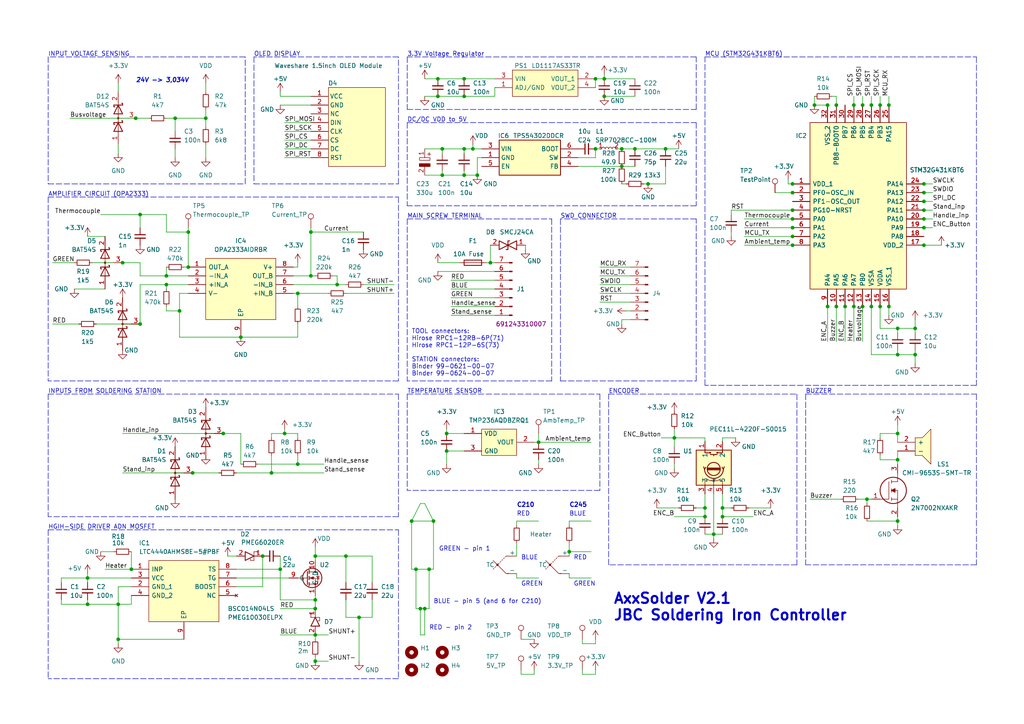
<source format=kicad_sch>
(kicad_sch (version 20230121) (generator eeschema)
  (paper "A4")
  (junction (at 229.87 55.88))
  (junction (at 123.19 176.53))
  (junction (at 81.28 165.1))
  (junction (at 260.35 151.13))
  (junction (at 204.47 149.86))
  (junction (at 137.16 43.18))
  (junction (at 69.85 97.79))
  (junction (at 195.58 127))
  (junction (at 86.36 85.09))
  (junction (at 91.44 176.53))
  (junction (at 267.97 55.88))
  (junction (at 127 22.86))
  (junction (at 209.55 147.32))
  (junction (at 40.64 93.98))
  (junction (at 260.35 102.87))
  (junction (at 134.62 43.18))
  (junction (at 138.43 50.8))
  (junction (at 255.27 30.48))
  (junction (at 204.47 147.32))
  (junction (at 50.8 34.29))
  (junction (at 250.19 88.9))
  (junction (at 245.11 88.9))
  (junction (at 184.15 43.18))
  (junction (at 260.35 95.25))
  (junction (at 265.43 95.25))
  (junction (at 267.97 58.42))
  (junction (at 240.03 88.9))
  (junction (at 236.22 30.48))
  (junction (at 142.24 76.2))
  (junction (at 119.38 151.13))
  (junction (at 257.81 30.48))
  (junction (at 240.03 30.48))
  (junction (at 82.55 125.73))
  (junction (at 267.97 53.34))
  (junction (at 97.79 82.55))
  (junction (at 39.37 34.29))
  (junction (at 125.73 151.13))
  (junction (at 120.65 165.1))
  (junction (at 207.01 154.94))
  (junction (at 48.26 80.01))
  (junction (at 156.21 128.27))
  (junction (at 128.27 43.18))
  (junction (at 134.62 27.94))
  (junction (at 100.33 161.29))
  (junction (at 260.35 133.35))
  (junction (at 229.87 71.12))
  (junction (at 229.87 68.58))
  (junction (at 180.34 48.26))
  (junction (at 35.56 76.2))
  (junction (at 134.62 22.86))
  (junction (at 34.29 185.42))
  (junction (at 91.44 173.99))
  (junction (at 247.65 30.48))
  (junction (at 55.88 137.16))
  (junction (at 172.72 22.86))
  (junction (at 209.55 149.86))
  (junction (at 90.17 80.01))
  (junction (at 267.97 71.12))
  (junction (at 229.87 60.96))
  (junction (at 76.2 161.29))
  (junction (at 172.72 43.18))
  (junction (at 260.35 125.73))
  (junction (at 187.96 53.34))
  (junction (at 59.69 34.29))
  (junction (at 54.61 77.47))
  (junction (at 257.81 88.9))
  (junction (at 34.29 175.26))
  (junction (at 265.43 102.87))
  (junction (at 267.97 60.96))
  (junction (at 90.17 67.31))
  (junction (at 91.44 161.29))
  (junction (at 229.87 66.04))
  (junction (at 242.57 30.48))
  (junction (at 250.19 30.48))
  (junction (at 128.27 50.8))
  (junction (at 251.46 144.78))
  (junction (at 267.97 63.5))
  (junction (at 129.54 125.73))
  (junction (at 255.27 88.9))
  (junction (at 91.44 184.15))
  (junction (at 121.92 176.53))
  (junction (at 193.04 43.18))
  (junction (at 134.62 50.8))
  (junction (at 78.74 137.16))
  (junction (at 104.14 179.07))
  (junction (at 52.07 90.17))
  (junction (at 25.4 175.26))
  (junction (at 86.36 134.62))
  (junction (at 165.1 160.02))
  (junction (at 242.57 88.9))
  (junction (at 54.61 67.31))
  (junction (at 64.77 125.73))
  (junction (at 229.87 63.5))
  (junction (at 180.34 43.18))
  (junction (at 25.4 167.64))
  (junction (at 91.44 191.77))
  (junction (at 252.73 30.48))
  (junction (at 124.46 165.1))
  (junction (at 267.97 66.04))
  (junction (at 175.26 22.86))
  (junction (at 127 27.94))
  (junction (at 175.26 27.94))
  (junction (at 48.26 82.55))
  (junction (at 247.65 88.9))
  (junction (at 40.64 62.23))
  (junction (at 229.87 53.34))
  (junction (at 252.73 88.9))
  (junction (at 38.1 165.1))
  (junction (at 129.54 130.81))
  (wire (pts (xy 167.64 48.26) (xy 180.34 48.26)))
  (polyline (pts (xy 233.68 114.3) (xy 283.21 114.3)) (stroke (width 0) (type dash)))
  (wire (pts (xy 52.07 85.09) (xy 54.61 85.09)))
  (wire (pts (xy 100.33 173.99) (xy 100.33 179.07)))
  (polyline (pts (xy 13.97 153.67) (xy 115.57 153.67)) (stroke (width 0) (type dash)))
  (wire (pts (xy 121.92 176.53) (xy 121.92 184.15)))
  (wire (pts (xy 255.27 132.08) (xy 255.27 133.35)))
  (wire (pts (xy 165.1 167.64) (xy 165.1 166.37)))
  (wire (pts (xy 69.85 134.62) (xy 69.85 125.73)))
  (wire (pts (xy 68.58 167.64) (xy 83.82 167.64)))
  (wire (pts (xy 107.95 179.07) (xy 107.95 173.99)))
  (wire (pts (xy 217.17 147.32) (xy 223.52 147.32)))
  (wire (pts (xy 124.46 165.1) (xy 124.46 176.53)))
  (wire (pts (xy 59.69 34.29) (xy 59.69 36.83)))
  (wire (pts (xy 85.09 82.55) (xy 97.79 82.55)))
  (polyline (pts (xy 118.11 114.3) (xy 118.11 142.24)) (stroke (width 0) (type dash)))
  (wire (pts (xy 17.78 175.26) (xy 17.78 173.99)))
  (wire (pts (xy 204.47 147.32) (xy 201.93 147.32)))
  (wire (pts (xy 82.55 45.72) (xy 90.17 45.72)))
  (polyline (pts (xy 201.93 63.5) (xy 162.56 63.5)) (stroke (width 0) (type dash)))
  (wire (pts (xy 40.64 76.2) (xy 40.64 80.01)))
  (wire (pts (xy 130.81 88.9) (xy 143.51 88.9)))
  (wire (pts (xy 209.55 149.86) (xy 209.55 147.32)))
  (wire (pts (xy 267.97 71.12) (xy 273.05 71.12)))
  (wire (pts (xy 138.43 45.72) (xy 139.7 45.72)))
  (polyline (pts (xy 115.57 53.34) (xy 115.57 16.51)) (stroke (width 0) (type dash)))
  (wire (pts (xy 209.55 143.256) (xy 209.55 147.32)))
  (wire (pts (xy 40.64 93.98) (xy 40.64 82.55)))
  (wire (pts (xy 90.17 66.04) (xy 90.17 67.31)))
  (wire (pts (xy 48.26 34.29) (xy 50.8 34.29)))
  (wire (pts (xy 120.65 165.1) (xy 124.46 165.1)))
  (wire (pts (xy 168.91 194.31) (xy 168.91 195.58)))
  (wire (pts (xy 86.36 88.9) (xy 86.36 85.09)))
  (wire (pts (xy 81.28 27.94) (xy 81.28 26.67)))
  (wire (pts (xy 128.27 49.53) (xy 128.27 50.8)))
  (wire (pts (xy 38.1 175.26) (xy 38.1 172.72)))
  (wire (pts (xy 48.26 82.55) (xy 48.26 83.82)))
  (wire (pts (xy 129.54 130.81) (xy 134.62 130.81)))
  (wire (pts (xy 265.43 92.71) (xy 265.43 95.25)))
  (wire (pts (xy 107.95 168.91) (xy 107.95 161.29)))
  (wire (pts (xy 260.35 149.86) (xy 260.35 151.13)))
  (wire (pts (xy 25.4 167.64) (xy 38.1 167.64)))
  (polyline (pts (xy 71.12 16.51) (xy 13.97 16.51)) (stroke (width 0) (type dash)))
  (wire (pts (xy 134.62 27.94) (xy 143.51 27.94)))
  (polyline (pts (xy 118.11 35.56) (xy 118.11 59.69)) (stroke (width 0) (type dash)))
  (polyline (pts (xy 176.53 163.83) (xy 176.53 114.3)) (stroke (width 0) (type dash)))
  (wire (pts (xy 34.29 185.42) (xy 53.34 185.42)))
  (wire (pts (xy 195.58 149.86) (xy 204.47 149.86)))
  (wire (pts (xy 172.72 22.86) (xy 172.72 25.4)))
  (polyline (pts (xy 13.97 57.15) (xy 115.57 57.15)) (stroke (width 0) (type dash)))
  (wire (pts (xy 48.26 90.17) (xy 52.07 90.17)))
  (wire (pts (xy 173.99 87.63) (xy 182.88 87.63)))
  (wire (pts (xy 123.19 184.15) (xy 121.92 184.15)))
  (wire (pts (xy 119.38 151.13) (xy 125.73 151.13)))
  (wire (pts (xy 267.97 53.34) (xy 270.51 53.34)))
  (wire (pts (xy 247.65 88.9) (xy 247.65 99.06)))
  (wire (pts (xy 59.69 41.91) (xy 59.69 45.72)))
  (polyline (pts (xy 201.93 110.49) (xy 201.93 63.5)) (stroke (width 0) (type dash)))
  (wire (pts (xy 260.35 123.19) (xy 260.35 125.73)))
  (wire (pts (xy 193.04 43.18) (xy 196.85 43.18)))
  (wire (pts (xy 104.14 179.07) (xy 104.14 191.77)))
  (wire (pts (xy 120.65 165.1) (xy 119.38 165.1)))
  (wire (pts (xy 240.03 88.9) (xy 240.03 99.06)))
  (wire (pts (xy 52.07 90.17) (xy 52.07 85.09)))
  (wire (pts (xy 165.1 151.13) (xy 165.1 152.4)))
  (wire (pts (xy 120.65 165.1) (xy 120.65 176.53)))
  (wire (pts (xy 207.01 154.94) (xy 207.01 156.21)))
  (wire (pts (xy 104.14 179.07) (xy 107.95 179.07)))
  (wire (pts (xy 255.27 95.25) (xy 255.27 88.9)))
  (wire (pts (xy 134.62 49.53) (xy 134.62 50.8)))
  (wire (pts (xy 20.32 34.29) (xy 39.37 34.29)))
  (wire (pts (xy 149.86 151.13) (xy 149.86 152.4)))
  (wire (pts (xy 59.69 133.35) (xy 59.69 132.08)))
  (wire (pts (xy 195.58 127) (xy 204.47 127)))
  (polyline (pts (xy 118.11 63.5) (xy 118.11 110.49)) (stroke (width 0) (type dash)))
  (polyline (pts (xy 115.57 57.15) (xy 115.57 110.49)) (stroke (width 0) (type dash)))
  (wire (pts (xy 156.21 167.64) (xy 149.86 167.64)))
  (wire (pts (xy 172.72 194.31) (xy 172.72 195.58)))
  (wire (pts (xy 85.09 80.01) (xy 90.17 80.01)))
  (wire (pts (xy 81.28 165.1) (xy 81.28 161.29)))
  (wire (pts (xy 134.62 22.86) (xy 143.51 22.86)))
  (polyline (pts (xy 13.97 16.51) (xy 13.97 53.34)) (stroke (width 0) (type dash)))
  (wire (pts (xy 165.1 157.48) (xy 165.1 160.02)))
  (wire (pts (xy 64.77 125.73) (xy 69.85 125.73)))
  (wire (pts (xy 186.69 53.34) (xy 187.96 53.34)))
  (wire (pts (xy 260.35 95.25) (xy 255.27 95.25)))
  (wire (pts (xy 252.73 102.87) (xy 260.35 102.87)))
  (wire (pts (xy 260.35 101.6) (xy 260.35 102.87)))
  (wire (pts (xy 123.19 43.18) (xy 128.27 43.18)))
  (wire (pts (xy 257.81 91.44) (xy 257.81 88.9)))
  (polyline (pts (xy 231.14 114.3) (xy 231.14 163.83)) (stroke (width 0) (type dash)))
  (wire (pts (xy 125.73 151.13) (xy 125.73 165.1)))
  (wire (pts (xy 260.35 151.13) (xy 260.35 152.4)))
  (wire (pts (xy 250.19 88.9) (xy 250.19 99.06)))
  (wire (pts (xy 91.44 161.29) (xy 91.44 162.56)))
  (wire (pts (xy 91.44 172.72) (xy 91.44 173.99)))
  (wire (pts (xy 242.57 88.9) (xy 242.57 99.06)))
  (wire (pts (xy 127 22.86) (xy 134.62 22.86)))
  (wire (pts (xy 173.99 85.09) (xy 182.88 85.09)))
  (wire (pts (xy 138.43 50.8) (xy 138.43 45.72)))
  (wire (pts (xy 168.91 195.58) (xy 172.72 195.58)))
  (wire (pts (xy 184.15 43.18) (xy 193.04 43.18)))
  (wire (pts (xy 90.17 67.31) (xy 90.17 80.01)))
  (wire (pts (xy 25.4 167.64) (xy 25.4 168.91)))
  (wire (pts (xy 251.46 151.13) (xy 260.35 151.13)))
  (wire (pts (xy 143.51 27.94) (xy 143.51 25.4)))
  (wire (pts (xy 212.09 60.96) (xy 212.09 62.23)))
  (polyline (pts (xy 231.14 163.83) (xy 176.53 163.83)) (stroke (width 0) (type dash)))
  (polyline (pts (xy 118.11 31.75) (xy 201.93 31.75)) (stroke (width 0) (type dash)))
  (wire (pts (xy 156.21 128.27) (xy 171.45 128.27)))
  (wire (pts (xy 260.35 133.35) (xy 260.35 134.62)))
  (wire (pts (xy 142.24 71.12) (xy 142.24 76.2)))
  (wire (pts (xy 81.28 176.53) (xy 91.44 176.53)))
  (wire (pts (xy 228.6 52.07) (xy 228.6 53.34)))
  (wire (pts (xy 255.27 133.35) (xy 260.35 133.35)))
  (wire (pts (xy 66.04 161.29) (xy 68.58 161.29)))
  (polyline (pts (xy 283.21 163.83) (xy 233.68 163.83)) (stroke (width 0) (type dash)))
  (wire (pts (xy 173.99 82.55) (xy 182.88 82.55)))
  (wire (pts (xy 90.17 67.31) (xy 105.41 67.31)))
  (wire (pts (xy 121.92 176.53) (xy 120.65 176.53)))
  (wire (pts (xy 90.17 30.48) (xy 81.28 30.48)))
  (wire (pts (xy 25.4 175.26) (xy 25.4 173.99)))
  (wire (pts (xy 48.26 77.47) (xy 48.26 80.01)))
  (polyline (pts (xy 115.57 110.49) (xy 13.97 110.49)) (stroke (width 0) (type dash)))
  (wire (pts (xy 114.3 85.09) (xy 100.33 85.09)))
  (polyline (pts (xy 115.57 16.51) (xy 73.66 16.51)) (stroke (width 0) (type dash)))
  (wire (pts (xy 173.99 77.47) (xy 182.88 77.47)))
  (wire (pts (xy 59.69 24.13) (xy 59.69 26.67)))
  (wire (pts (xy 154.94 128.27) (xy 156.21 128.27)))
  (wire (pts (xy 180.34 43.18) (xy 184.15 43.18)))
  (wire (pts (xy 91.44 173.99) (xy 91.44 176.53)))
  (wire (pts (xy 182.88 90.17) (xy 181.61 90.17)))
  (polyline (pts (xy 160.02 63.5) (xy 160.02 110.49)) (stroke (width 0) (type dash)))
  (wire (pts (xy 212.09 60.96) (xy 229.87 60.96)))
  (wire (pts (xy 260.35 95.25) (xy 260.35 96.52)))
  (polyline (pts (xy 115.57 153.67) (xy 115.57 196.85)) (stroke (width 0) (type dash)))
  (wire (pts (xy 123.19 146.05) (xy 125.73 151.13)))
  (wire (pts (xy 168.91 185.42) (xy 168.91 186.69)))
  (wire (pts (xy 130.81 81.28) (xy 143.51 81.28)))
  (wire (pts (xy 86.36 77.47) (xy 85.09 77.47)))
  (wire (pts (xy 209.55 149.86) (xy 218.44 149.86)))
  (wire (pts (xy 267.97 55.88) (xy 270.51 55.88)))
  (wire (pts (xy 172.72 43.18) (xy 172.72 45.72)))
  (wire (pts (xy 78.74 125.73) (xy 82.55 125.73)))
  (polyline (pts (xy 73.66 53.34) (xy 115.57 53.34)) (stroke (width 0) (type dash)))
  (wire (pts (xy 236.22 30.48) (xy 240.03 30.48)))
  (wire (pts (xy 172.72 43.18) (xy 173.99 43.18)))
  (wire (pts (xy 247.65 27.94) (xy 247.65 30.48)))
  (wire (pts (xy 140.97 76.2) (xy 142.24 76.2)))
  (wire (pts (xy 165.1 160.02) (xy 171.45 160.02)))
  (wire (pts (xy 119.38 165.1) (xy 119.38 151.13)))
  (wire (pts (xy 195.58 129.54) (xy 195.58 127)))
  (wire (pts (xy 82.55 40.64) (xy 90.17 40.64)))
  (wire (pts (xy 193.04 53.34) (xy 187.96 53.34)))
  (wire (pts (xy 165.1 160.02) (xy 165.1 161.29)))
  (wire (pts (xy 81.28 165.1) (xy 81.28 173.99)))
  (wire (pts (xy 30.48 68.58) (xy 25.4 68.58)))
  (wire (pts (xy 123.19 176.53) (xy 123.19 184.15)))
  (wire (pts (xy 137.16 43.18) (xy 139.7 43.18)))
  (wire (pts (xy 69.85 97.79) (xy 52.07 97.79)))
  (wire (pts (xy 265.43 105.41) (xy 265.43 102.87)))
  (wire (pts (xy 191.77 127) (xy 195.58 127)))
  (polyline (pts (xy 115.57 149.86) (xy 13.97 149.86)) (stroke (width 0) (type dash)))
  (wire (pts (xy 260.35 102.87) (xy 265.43 102.87)))
  (wire (pts (xy 265.43 102.87) (xy 265.43 101.6)))
  (wire (pts (xy 134.62 50.8) (xy 138.43 50.8)))
  (wire (pts (xy 129.54 125.73) (xy 129.54 124.46)))
  (wire (pts (xy 193.04 48.26) (xy 193.04 53.34)))
  (wire (pts (xy 168.91 186.69) (xy 172.72 186.69)))
  (wire (pts (xy 255.27 27.94) (xy 255.27 30.48)))
  (wire (pts (xy 151.13 195.58) (xy 154.94 195.58)))
  (polyline (pts (xy 176.53 114.3) (xy 187.96 114.3)) (stroke (width 0) (type dash)))
  (wire (pts (xy 180.34 48.26) (xy 184.15 48.26)))
  (wire (pts (xy 76.2 170.18) (xy 68.58 170.18)))
  (wire (pts (xy 50.8 34.29) (xy 50.8 38.1)))
  (wire (pts (xy 215.9 66.04) (xy 229.87 66.04)))
  (wire (pts (xy 96.52 80.01) (xy 97.79 80.01)))
  (wire (pts (xy 86.36 127) (xy 86.36 125.73)))
  (wire (pts (xy 204.47 143.256) (xy 204.47 147.32)))
  (wire (pts (xy 86.36 93.98) (xy 86.36 97.79)))
  (wire (pts (xy 38.1 175.26) (xy 34.29 175.26)))
  (wire (pts (xy 156.21 125.73) (xy 156.21 128.27)))
  (wire (pts (xy 90.17 27.94) (xy 81.28 27.94)))
  (polyline (pts (xy 162.56 63.5) (xy 162.56 110.49)) (stroke (width 0) (type dash)))
  (wire (pts (xy 48.26 80.01) (xy 54.61 80.01)))
  (wire (pts (xy 52.07 90.17) (xy 52.07 97.79)))
  (wire (pts (xy 123.19 27.94) (xy 127 27.94)))
  (polyline (pts (xy 201.93 59.69) (xy 118.11 59.69)) (stroke (width 0) (type dash)))
  (wire (pts (xy 207.01 154.94) (xy 209.55 154.94)))
  (wire (pts (xy 34.29 24.13) (xy 34.29 26.67)))
  (wire (pts (xy 209.55 127) (xy 213.36 127)))
  (wire (pts (xy 27.94 93.98) (xy 40.64 93.98)))
  (polyline (pts (xy 283.21 111.76) (xy 204.47 111.76)) (stroke (width 0) (type dash)))
  (wire (pts (xy 34.29 41.91) (xy 34.29 44.45)))
  (polyline (pts (xy 13.97 114.3) (xy 13.97 149.86)) (stroke (width 0) (type dash)))
  (wire (pts (xy 25.4 175.26) (xy 34.29 175.26)))
  (wire (pts (xy 255.27 125.73) (xy 255.27 127)))
  (wire (pts (xy 74.93 134.62) (xy 86.36 134.62)))
  (wire (pts (xy 137.16 41.91) (xy 137.16 43.18)))
  (wire (pts (xy 91.44 161.29) (xy 100.33 161.29)))
  (wire (pts (xy 130.81 91.44) (xy 143.51 91.44)))
  (wire (pts (xy 134.62 43.18) (xy 134.62 44.45)))
  (wire (pts (xy 267.97 58.42) (xy 270.51 58.42)))
  (wire (pts (xy 128.27 43.18) (xy 128.27 44.45)))
  (polyline (pts (xy 173.99 142.24) (xy 118.11 142.24)) (stroke (width 0) (type dash)))
  (wire (pts (xy 154.94 194.31) (xy 154.94 195.58)))
  (wire (pts (xy 35.56 76.2) (xy 40.64 76.2)))
  (wire (pts (xy 179.07 43.18) (xy 180.34 43.18)))
  (wire (pts (xy 215.9 71.12) (xy 229.87 71.12)))
  (wire (pts (xy 156.21 151.13) (xy 149.86 151.13)))
  (wire (pts (xy 207.01 143.256) (xy 207.01 154.94)))
  (wire (pts (xy 260.35 130.81) (xy 260.35 133.35)))
  (wire (pts (xy 265.43 95.25) (xy 265.43 96.52)))
  (polyline (pts (xy 283.21 110.49) (xy 283.21 111.76)) (stroke (width 0) (type dash)))
  (wire (pts (xy 224.79 55.88) (xy 229.87 55.88)))
  (wire (pts (xy 34.29 170.18) (xy 34.29 175.26)))
  (wire (pts (xy 40.64 62.23) (xy 40.64 66.04)))
  (polyline (pts (xy 13.97 114.3) (xy 115.57 114.3)) (stroke (width 0) (type dash)))
  (wire (pts (xy 78.74 137.16) (xy 78.74 132.08)))
  (wire (pts (xy 81.28 184.15) (xy 91.44 184.15)))
  (wire (pts (xy 100.33 179.07) (xy 104.14 179.07)))
  (wire (pts (xy 59.69 31.75) (xy 59.69 34.29)))
  (wire (pts (xy 82.55 35.56) (xy 90.17 35.56)))
  (wire (pts (xy 55.88 137.16) (xy 63.5 137.16)))
  (wire (pts (xy 252.73 27.94) (xy 252.73 30.48)))
  (polyline (pts (xy 71.12 53.34) (xy 71.12 16.51)) (stroke (width 0) (type dash)))
  (wire (pts (xy 107.95 161.29) (xy 100.33 161.29)))
  (wire (pts (xy 127 76.2) (xy 133.35 76.2)))
  (wire (pts (xy 54.61 66.04) (xy 54.61 67.31)))
  (wire (pts (xy 267.97 66.04) (xy 270.51 66.04)))
  (wire (pts (xy 127 27.94) (xy 134.62 27.94)))
  (wire (pts (xy 34.29 175.26) (xy 34.29 185.42)))
  (wire (pts (xy 48.26 88.9) (xy 48.26 90.17)))
  (wire (pts (xy 34.29 185.42) (xy 34.29 186.69)))
  (wire (pts (xy 171.45 151.13) (xy 165.1 151.13)))
  (wire (pts (xy 130.81 83.82) (xy 143.51 83.82)))
  (wire (pts (xy 48.26 62.23) (xy 48.26 67.31)))
  (polyline (pts (xy 73.66 16.51) (xy 73.66 53.34)) (stroke (width 0) (type dash)))
  (wire (pts (xy 25.4 166.37) (xy 25.4 167.64)))
  (wire (pts (xy 245.11 99.06) (xy 245.11 88.9)))
  (wire (pts (xy 204.47 149.86) (xy 204.47 147.32)))
  (wire (pts (xy 209.55 127) (xy 209.55 128.016)))
  (wire (pts (xy 121.92 176.53) (xy 123.19 176.53)))
  (wire (pts (xy 180.34 93.98) (xy 180.34 92.71)))
  (wire (pts (xy 53.34 77.47) (xy 54.61 77.47)))
  (wire (pts (xy 15.24 93.98) (xy 22.86 93.98)))
  (wire (pts (xy 40.64 82.55) (xy 48.26 82.55)))
  (wire (pts (xy 242.57 30.48) (xy 242.57 27.94)))
  (wire (pts (xy 29.21 160.02) (xy 33.02 160.02)))
  (wire (pts (xy 86.36 125.73) (xy 82.55 125.73)))
  (polyline (pts (xy 115.57 114.3) (xy 115.57 149.86)) (stroke (width 0) (type dash)))
  (wire (pts (xy 91.44 158.75) (xy 91.44 161.29)))
  (polyline (pts (xy 201.93 31.75) (xy 201.93 16.51)) (stroke (width 0) (type dash)))
  (wire (pts (xy 180.34 53.34) (xy 181.61 53.34)))
  (wire (pts (xy 93.98 137.16) (xy 78.74 137.16)))
  (wire (pts (xy 82.55 125.73) (xy 82.55 124.46)))
  (wire (pts (xy 248.92 144.78) (xy 251.46 144.78)))
  (wire (pts (xy 167.64 45.72) (xy 172.72 45.72)))
  (wire (pts (xy 48.26 82.55) (xy 54.61 82.55)))
  (wire (pts (xy 97.79 80.01) (xy 97.79 82.55)))
  (wire (pts (xy 17.78 175.26) (xy 25.4 175.26)))
  (wire (pts (xy 173.99 80.01) (xy 182.88 80.01)))
  (wire (pts (xy 40.64 80.01) (xy 48.26 80.01)))
  (polyline (pts (xy 118.11 63.5) (xy 160.02 63.5)) (stroke (width 0) (type dash)))
  (wire (pts (xy 121.92 146.05) (xy 123.19 146.05)))
  (wire (pts (xy 123.19 50.8) (xy 128.27 50.8)))
  (wire (pts (xy 95.25 85.09) (xy 86.36 85.09)))
  (wire (pts (xy 251.46 144.78) (xy 251.46 146.05)))
  (wire (pts (xy 100.33 161.29) (xy 100.33 168.91)))
  (polyline (pts (xy 187.96 114.3) (xy 231.14 114.3)) (stroke (width 0) (type dash)))
  (wire (pts (xy 228.6 53.34) (xy 229.87 53.34)))
  (wire (pts (xy 91.44 191.77) (xy 95.25 191.77)))
  (polyline (pts (xy 13.97 53.34) (xy 71.12 53.34)) (stroke (width 0) (type dash)))
  (wire (pts (xy 40.64 62.23) (xy 48.26 62.23)))
  (wire (pts (xy 48.26 67.31) (xy 54.61 67.31)))
  (wire (pts (xy 149.86 167.64) (xy 149.86 166.37)))
  (wire (pts (xy 242.57 27.94) (xy 241.3 27.94)))
  (wire (pts (xy 50.8 34.29) (xy 59.69 34.29)))
  (wire (pts (xy 17.78 167.64) (xy 25.4 167.64)))
  (wire (pts (xy 86.36 134.62) (xy 86.36 132.08)))
  (wire (pts (xy 151.13 194.31) (xy 151.13 195.58)))
  (wire (pts (xy 260.35 125.73) (xy 260.35 128.27)))
  (polyline (pts (xy 118.11 35.56) (xy 201.93 35.56)) (stroke (width 0) (type dash)))
  (wire (pts (xy 76.2 161.29) (xy 76.2 170.18)))
  (wire (pts (xy 128.27 43.18) (xy 134.62 43.18)))
  (wire (pts (xy 85.09 85.09) (xy 86.36 85.09)))
  (wire (pts (xy 204.47 127) (xy 204.47 128.016)))
  (wire (pts (xy 252.73 88.9) (xy 252.73 102.87)))
  (wire (pts (xy 105.41 82.55) (xy 114.3 82.55)))
  (wire (pts (xy 180.34 92.71) (xy 182.88 92.71)))
  (wire (pts (xy 267.97 60.96) (xy 270.51 60.96)))
  (wire (pts (xy 130.81 86.36) (xy 143.51 86.36)))
  (wire (pts (xy 171.45 167.64) (xy 165.1 167.64)))
  (wire (pts (xy 215.9 63.5) (xy 229.87 63.5)))
  (wire (pts (xy 81.28 173.99) (xy 91.44 173.99)))
  (wire (pts (xy 29.21 62.23) (xy 40.64 62.23)))
  (wire (pts (xy 39.37 34.29) (xy 43.18 34.29)))
  (wire (pts (xy 212.09 68.58) (xy 212.09 67.31)))
  (wire (pts (xy 50.8 43.18) (xy 50.8 45.72)))
  (wire (pts (xy 38.1 165.1) (xy 30.48 165.1)))
  (wire (pts (xy 234.95 144.78) (xy 243.84 144.78)))
  (wire (pts (xy 149.86 157.48) (xy 149.86 161.29)))
  (wire (pts (xy 54.61 67.31) (xy 54.61 77.47)))
  (polyline (pts (xy 283.21 16.51) (xy 283.21 110.49)) (stroke (width 0) (type dash)))
  (polyline (pts (xy 115.57 196.85) (xy 13.97 196.85)) (stroke (width 0) (type dash)))
  (wire (pts (xy 78.74 127) (xy 78.74 125.73)))
  (wire (pts (xy 34.29 170.18) (xy 38.1 170.18)))
  (wire (pts (xy 90.17 80.01) (xy 91.44 80.01)))
  (wire (pts (xy 175.26 22.86) (xy 184.15 22.86)))
  (wire (pts (xy 123.19 22.86) (xy 127 22.86)))
  (wire (pts (xy 119.38 151.13) (xy 121.92 146.05)))
  (wire (pts (xy 82.55 38.1) (xy 90.17 38.1)))
  (wire (pts (xy 15.24 76.2) (xy 21.59 76.2)))
  (wire (pts (xy 125.73 165.1) (xy 124.46 165.1)))
  (wire (pts (xy 68.58 137.16) (xy 78.74 137.16)))
  (wire (pts (xy 129.54 125.73) (xy 134.62 125.73)))
  (wire (pts (xy 251.46 144.78) (xy 252.73 144.78)))
  (wire (pts (xy 91.44 185.42) (xy 91.44 184.15)))
  (wire (pts (xy 86.36 76.2) (xy 86.36 77.47)))
  (wire (pts (xy 93.98 134.62) (xy 86.36 134.62)))
  (wire (pts (xy 91.44 184.15) (xy 95.25 184.15)))
  (wire (pts (xy 152.4 71.12) (xy 152.4 72.39)))
  (wire (pts (xy 124.46 176.53) (xy 123.19 176.53)))
  (polyline (pts (xy 118.11 16.51) (xy 118.11 31.75)) (stroke (width 0) (type dash)))
  (wire (pts (xy 250.19 27.94) (xy 250.19 30.48)))
  (polyline (pts (xy 201.93 35.56) (xy 201.93 59.69)) (stroke (width 0) (type dash)))
  (wire (pts (xy 17.78 167.64) (xy 17.78 168.91)))
  (wire (pts (xy 134.62 43.18) (xy 137.16 43.18)))
  (wire (pts (xy 215.9 68.58) (xy 229.87 68.58)))
  (polyline (pts (xy 201.93 16.51) (xy 118.11 16.51)) (stroke (width 0) (type dash)))
  (wire (pts (xy 204.47 154.94) (xy 207.01 154.94)))
  (polyline (pts (xy 204.47 16.51) (xy 283.21 16.51)) (stroke (width 0) (type dash)))
  (polyline (pts (xy 160.02 110.49) (xy 118.11 110.49)) (stroke (width 0) (type dash)))
  (wire (pts (xy 236.22 27.94) (xy 236.22 30.48)))
  (polyline (pts (xy 13.97 153.67) (xy 13.97 196.85)) (stroke (width 0) (type dash)))
  (polyline (pts (xy 162.56 110.49) (xy 201.93 110.49)) (stroke (width 0) (type dash)))
  (wire (pts (xy 257.81 27.94) (xy 257.81 30.48)))
  (polyline (pts (xy 173.99 114.3) (xy 173.99 142.24)) (stroke (width 0) (type dash)))
  (wire (pts (xy 82.55 43.18) (xy 90.17 43.18)))
  (wire (pts (xy 172.72 22.86) (xy 175.26 22.86)))
  (wire (pts (xy 35.56 137.16) (xy 55.88 137.16)))
  (wire (pts (xy 129.54 134.62) (xy 129.54 130.81)))
  (polyline (pts (xy 283.21 114.3) (xy 283.21 163.83)) (stroke (width 0) (type dash)))
  (wire (pts (xy 128.27 50.8) (xy 134.62 50.8)))
  (polyline (pts (xy 204.47 111.76) (xy 204.47 16.51)) (stroke (width 0) (type dash)))
  (wire (pts (xy 175.26 22.86) (xy 175.26 21.59)))
  (polyline (pts (xy 118.11 114.3) (xy 173.99 114.3)) (stroke (width 0) (type dash)))
  (wire (pts (xy 97.79 82.55) (xy 100.33 82.55)))
  (wire (pts (xy 195.58 135.89) (xy 195.58 134.62)))
  (wire (pts (xy 26.67 76.2) (xy 35.56 76.2)))
  (wire (pts (xy 260.35 95.25) (xy 265.43 95.25)))
  (wire (pts (xy 255.27 125.73) (xy 260.35 125.73)))
  (wire (pts (xy 212.09 147.32) (xy 209.55 147.32)))
  (wire (pts (xy 35.56 125.73) (xy 64.77 125.73)))
  (wire (pts (xy 68.58 165.1) (xy 81.28 165.1)))
  (polyline (pts (xy 233.68 114.3) (xy 233.68 163.83)) (stroke (width 0) (type dash)))
  (wire (pts (xy 86.36 97.79) (xy 69.85 97.79)))
  (wire (pts (xy 175.26 27.94) (xy 184.15 27.94)))
  (wire (pts (xy 190.5 147.32) (xy 196.85 147.32)))
  (wire (pts (xy 172.72 185.42) (xy 172.72 186.69)))
  (wire (pts (xy 38.1 160.02) (xy 38.1 165.1)))
  (wire (pts (xy 21.59 83.82) (xy 30.48 83.82)))
  (wire (pts (xy 195.58 124.46) (xy 195.58 127)))
  (polyline (pts (xy 13.97 57.15) (xy 13.97 110.49)) (stroke (width 0) (type dash)))
  (wire (pts (xy 154.94 185.42) (xy 151.13 185.42)))
  (wire (pts (xy 267.97 63.5) (xy 270.51 63.5)))
  (wire (pts (xy 91.44 190.5) (xy 91.44 191.77)))
  (wire (pts (xy 156.21 133.35) (xy 156.21 134.62)))
  (wire (pts (xy 127 78.74) (xy 143.51 78.74)))
  (wire (pts (xy 142.24 76.2) (xy 143.51 76.2)))
  (text "C210" (at 149.86 147.32 0) (effects (font (size 1.27 1.27) (thickness 0.254) bold) (justify left bottom)))
  (text "TEMPERATURE SENSOR" (at 118.11 114.3 0) (effects (font (size 1.27 1.27)) (justify left bottom)))
  (text "MCU (STM32G431KBT6)" (at 204.47 16.51 0) (effects (font (size 1.27 1.27)) (justify left bottom)))
  (text "C245" (at 165.1 147.32 0) (effects (font (size 1.27 1.27) (thickness 0.254) bold) (justify left bottom)))
  (text "GREEN - pin 1" (at 142.24 160.02 0) (effects (font (size 1.27 1.27)) (justify right bottom)))
  (text "MAIN SCREW TERMINAL" (at 118.11 63.5 0) (effects (font (size 1.27 1.27)) (justify left bottom)))
  (text "AMPLIFIER CIRCUIT (OPA2333)" (at 13.97 57.15 0) (effects (font (size 1.27 1.27)) (justify left bottom)))
  (text "24V -> 3,034V" (at 39.37 24.13 0) (effects (font (size 1.27 1.27) (thickness 0.254) bold italic) (justify left bottom)))
  (text "INPUT VOLTAGE SENSING" (at 13.97 16.51 0) (effects (font (size 1.27 1.27)) (justify left bottom)))
  (text "ENCODER" (at 176.53 114.3 0) (effects (font (size 1.27 1.27)) (justify left bottom)))
  (text "SWD CONNECTOR" (at 162.56 63.5 0) (effects (font (size 1.27 1.27)) (justify left bottom)))
  (text "BLUE" (at 151.13 162.56 0) (effects (font (size 1.27 1.27)) (justify left bottom)))
  (text "BLUE - pin 5 (and 6 for C210)" (at 125.73 175.26 0) (effects (font (size 1.27 1.27)) (justify left bottom)))
  (text "GREEN" (at 166.37 170.18 0) (effects (font (size 1.27 1.27)) (justify left bottom)))
  (text "RED\n" (at 149.86 149.86 0) (effects (font (size 1.27 1.27)) (justify left bottom)))
  (text "BLUE" (at 165.1 149.86 0) (effects (font (size 1.27 1.27)) (justify left bottom)))
  (text "BUZZER" (at 233.68 114.3 0) (effects (font (size 1.27 1.27)) (justify left bottom)))
  (text "DC/DC VDD to 5V" (at 118.11 35.56 0) (effects (font (size 1.27 1.27)) (justify left bottom)))
  (text "AxxSolder V2.1\nJBC Soldering Iron Controller" (at 177.8 180.34 0) (effects (font (size 3 3) (thickness 0.6) bold) (justify left bottom)))
  (text "TOOL connectors: \nHirose RPC1-12RB-6P(71)\nHirose RPC1-12P-6S(73)\n\nSTATION connectors:\nBinder 99-0621-00-07\nBinder 99-0624-00-07" (at 119.38 109.22 0) (effects (font (size 1.27 1.27)) (justify left bottom)))
  (text "GREEN" (at 151.13 170.18 0) (effects (font (size 1.27 1.27)) (justify left bottom)))
  (text "INPUTS FROM SOLDERING STATION" (at 13.97 114.3 0) (effects (font (size 1.27 1.27)) (justify left bottom)))
  (text "HGIH-SIDE DRIVER ADN MOSFET" (at 13.97 153.67 0) (effects (font (size 1.27 1.27)) (justify left bottom)))
  (text "RED - pin 2" (at 124.46 182.88 0) (effects (font (size 1.27 1.27)) (justify left bottom)))
  (text "RED" (at 166.37 162.56 0) (effects (font (size 1.27 1.27)) (justify left bottom)))
  (text "3.3V Voltage Regulator" (at 118.11 16.51 0) (effects (font (size 1.27 1.27)) (justify left bottom)))
  (text "OLED DISPLAY" (at 73.66 16.51 0) (effects (font (size 1.27 1.27)) (justify left bottom)))
  (label "SPI_CS" (at 82.55 40.64 0))
  (label "SPI_DC" (at 270.51 58.42 0))
  (label "ENC_A" (at 240.03 99.06 90))
  (label "SHUNT+" (at 95.25 184.15 0))
  (label "SHUNT-" (at 95.25 191.77 0))
  (label "Stand_inp" (at 35.56 137.16 0))
  (label "Thermocouple" (at 215.9 63.5 0))
  (label "Thermocouple" (at 29.21 62.23 180))
  (label "RST" (at 212.09 60.96 0))
  (label "MCU_RX" (at 257.81 27.94 90))
  (label "Busvoltage" (at 250.19 99.06 90))
  (label "SPI_DC" (at 82.55 43.18 0))
  (label "BLUE" (at 130.81 83.82 0))
  (label "BLUE" (at 81.28 184.15 0))
  (label "SWCLK" (at 270.51 53.34 0))
  (label "MCU_TX" (at 215.9 68.58 0))
  (label "SPI_CS" (at 247.65 27.94 90))
  (label "SPI_MOSI" (at 82.55 35.56 0))
  (label "Buzzer" (at 234.95 144.78 0))
  (label "Ambient_temp" (at 215.9 71.12 0))
  (label "Handle_sense" (at 130.81 88.9 0))
  (label "SHUNT-" (at 114.3 82.55 180))
  (label "GREEN" (at 130.81 86.36 0))
  (label "SWDIO" (at 173.99 82.55 0))
  (label "Handle_inp" (at 270.51 63.5 0))
  (label "Heater" (at 30.48 165.1 0))
  (label "Stand_sense" (at 130.81 91.44 0))
  (label "SPI_MOSI" (at 250.19 27.94 90))
  (label "Stand_sense" (at 93.98 137.16 0))
  (label "SWDIO" (at 270.51 55.88 0))
  (label "SPI_RST" (at 252.73 27.94 90))
  (label "ENC_B" (at 195.58 149.86 180))
  (label "SHUNT+" (at 114.3 85.09 180))
  (label "Buzzer" (at 242.57 99.06 90))
  (label "Busvoltage" (at 20.32 34.29 0))
  (label "SPI_RST" (at 82.55 45.72 0))
  (label "SPI_SCK" (at 82.55 38.1 0))
  (label "ENC_A" (at 218.44 149.86 0))
  (label "GREEN" (at 15.24 76.2 0))
  (label "SPI_SCK" (at 255.27 27.94 90))
  (label "Handle_inp" (at 35.56 125.73 0))
  (label "RED" (at 81.28 176.53 0))
  (label "Heater" (at 247.65 99.06 90))
  (label "RED" (at 130.81 81.28 0))
  (label "ENC_Button" (at 191.77 127 180))
  (label "RED" (at 15.24 93.98 0))
  (label "ENC_B" (at 245.11 99.06 90))
  (label "Current" (at 215.9 66.04 0))
  (label "Stand_inp" (at 270.51 60.96 0))
  (label "SWCLK" (at 173.99 85.09 0))
  (label "ENC_Button" (at 270.51 66.04 0))
  (label "Current" (at 93.98 67.31 0))
  (label "RST" (at 173.99 87.63 0))
  (label "Handle_sense" (at 93.98 134.62 0))
  (label "MCU_TX" (at 173.99 80.01 0))
  (label "Ambient_temp" (at 171.45 128.27 180))
  (label "MCU_RX" (at 173.99 77.47 0))
  (symbol (lib_id "power:+3.3V") (at 223.52 147.32 0) (unit 1)
    (property "Reference" "#PWR0120" (effects hide))
    (property "Value" "+3.3V" (at 223.52 142.24 0))
  )
  (symbol (lib_id "Device:R_Small") (at 184.15 53.34 90) (unit 1)
    (property "Reference" "R29" (at 184.15 50.8 90))
    (property "Value" "13k3" (at 189.23 50.8 90))
    (property "Footprint" "Resistor_SMD:R_0805_2012Metric" (effects hide))
  )
  (symbol (lib_id "power:GND") (at 21.59 83.82 0) (unit 1)
    (property "Reference" "#PWR0149" (effects hide))
    (property "Value" "GND" (at 17.78 83.82 0))
  )
  (symbol (lib_id "Device:C_Small") (at 107.95 171.45 0) (unit 1)
    (property "Reference" "C18" (at 110.49 170.1862 0) (effects (justify left)))
    (property "Value" "22u" (at 110.49 172.72 0) (effects (justify left)))
    (property "Footprint" "Capacitor_SMD:C_1206_3216Metric" (effects hide))
  )
  (symbol (lib_id "power:+3.3V") (at 273.05 71.12 0) (unit 1)
    (property "Reference" "#PWR0134" (effects hide))
    (property "Value" "+3.3V" (at 276.86 71.12 0))
  )
  (symbol (lib_id "CMI-9653S-SMT-TR:CMI-9653S-SMT-TR") (at 260.35 128.27 0) (unit 1)
    (property "Reference" "LS1" (at 271.78 134.62 0) (effects (justify left)))
    (property "Value" "CMI-9653S-SMT-TR" (at 261.62 137.16 0) (effects (justify left)))
    (property "Footprint" "CMI-9653S-SMT-TR:CMI9653SSMTTR" (effects hide))
    (property "Datasheet" "https://componentsearchengine.com/Datasheets/1/CMI-9653S-SMT-TR.pdf" (effects hide))
    (property "Description" "Audio Indicators & Alerts Buzzer 9.6mm sq 2.7kHz 3V SMT" (effects hide))
    (property "Height" "5" (effects hide))
    (property "Mouser Part Number" "490-CMI-9653S-SMT-TR" (effects hide))
    (property "Mouser Price/Stock" "https://www.mouser.co.uk/ProductDetail/CUI-Devices/CMI-9653S-SMT-TR?qs=qCxwlXJ4fnz7UpLQu8UKbg%3D%3D" (effects hide))
    (property "Manufacturer_Name" "CUI Devices" (effects hide))
    (property "Manufacturer_Part_Number" "CMI-9653S-SMT-TR" (effects hide))
  )
  (symbol (lib_id "Device:R_Small") (at 59.69 29.21 0) (unit 1)
    (property "Reference" "R2" (at 62.23 27.9399 0) (effects (justify left)))
    (property "Value" "47k" (at 62.23 30.4799 0) (effects (justify left)))
    (property "Footprint" "Resistor_SMD:R_0805_2012Metric" (effects hide))
  )
  (symbol (lib_id "power:+3.3V") (at 59.69 118.11 0) (unit 1)
    (property "Reference" "#PWR0115" (effects hide))
    (property "Value" "+3.3V" (at 63.5 116.84 0))
  )
  (symbol (lib_id "Device:C_Small") (at 175.26 25.4 0) (unit 1)
    (property "Reference" "C19" (at 177.8 24.13 0) (effects (justify left)))
    (property "Value" "10u" (at 177.8 26.67 0) (effects (justify left)))
    (property "Footprint" "Capacitor_SMD:C_0805_2012Metric" (effects hide))
  )
  (symbol (lib_id "Mechanical:MountingHole") (at 128.27 189.23 0) (unit 1)
    (property "Reference" "H3" (at 130.81 187.9599 0) (effects (justify left)))
    (property "Value" "MountingHole" (effects hide))
    (property "Footprint" "MountingHole:MountingHole_3mm" (effects hide))
  )
  (symbol (lib_id "Device:C_Small") (at 156.21 130.81 0) (unit 1)
    (property "Reference" "C20" (at 158.75 130.81 0) (effects (justify left)))
    (property "Value" "100n" (at 158.75 133.35 0) (effects (justify left)))
    (property "Footprint" "Capacitor_SMD:C_0805_2012Metric" (effects hide))
  )
  (symbol (lib_id "Device:Thermocouple") (at 147.32 163.83 0) (unit 1) (in_bom no) (on_board no)
    (property "Reference" "TC1" (effects hide))
    (property "Value" "TC" (at 142.24 163.83 0))
  )
  (symbol (lib_id "SRP7028CC-100M:SRP7028CC-100M") (at 173.99 43.18 0) (unit 1)
    (property "Reference" "L1" (at 173.99 38.1 0))
    (property "Value" "SRP7028CC-100M" (at 181.61 40.64 0))
    (property "Footprint" "SRP7028CC-100M:INDPM7366X300N" (effects hide))
    (property "Datasheet" "https://www.bourns.com/docs/Product-Datasheets/SRP7028CC.pdf" (effects hide))
    (property "Height" "3" (effects hide))
    (property "Manufacturer_Name" "Bourns" (effects hide))
    (property "Manufacturer_Part_Number" "SRP7028CC-100M" (effects hide))
  )
  (symbol (lib_id "Device:R_Small") (at 180.34 45.72 0) (unit 1)
    (property "Reference" "R28" (at 176.53 44.45 0))
    (property "Value" "49.9" (at 176.53 46.99 0))
    (property "Footprint" "Resistor_SMD:R_0805_2012Metric" (effects hide))
  )
  (symbol (lib_id "Device:R_Small") (at 246.38 144.78 90) (unit 1)
    (property "Reference" "R15" (at 246.38 139.7 90))
    (property "Value" "220" (at 246.38 142.24 90))
    (property "Footprint" "Resistor_SMD:R_0805_2012Metric" (effects hide))
  )
  (symbol (lib_id "Device:C_Small") (at 127 25.4 180) (unit 1)
    (property "Reference" "C6" (at 129.54 24.1235 0) (effects (justify right)))
    (property "Value" "10u" (at 129.54 26.6635 0) (effects (justify right)))
    (property "Footprint" "Capacitor_SMD:C_0805_2012Metric" (effects hide))
  )
  (symbol (lib_id "Device:C_Small") (at 170.18 43.18 90) (unit 1)
    (property "Reference" "C24" (at 171.45 40.64 90) (effects (justify left)))
    (property "Value" "10u" (at 171.45 38.1 90) (effects (justify left)))
    (property "Footprint" "Capacitor_SMD:C_0805_2012Metric" (effects hide))
  )
  (symbol (lib_id "Device:D_Schottky_Dual_Series_AKC") (at 30.48 76.2 90) (unit 1)
    (property "Reference" "D5" (at 27.94 69.85 90) (effects (justify left)))
    (property "Value" "BAT54S" (at 27.94 72.39 90) (effects (justify left)))
    (property "Footprint" "BAT54S,215:SOT95P230X110-3N" (effects hide))
  )
  (symbol (lib_id "Device:R_Small") (at 251.46 148.59 0) (unit 1)
    (property "Reference" "R16" (at 245.11 147.32 0) (effects (justify left)))
    (property "Value" "10k" (at 245.11 149.86 0) (effects (justify left)))
    (property "Footprint" "Resistor_SMD:R_0805_2012Metric" (effects hide))
  )
  (symbol (lib_id "power:+3.3V") (at 86.36 76.2 0) (unit 1)
    (property "Reference" "#PWR0158" (effects hide))
    (property "Value" "+3.3V" (at 85.09 71.12 0))
  )
  (symbol (lib_id "Device:D_Schottky_Dual_Series_AKC") (at 50.8 137.16 90) (unit 1)
    (property "Reference" "D1" (at 48.26 130.81 90) (effects (justify left)))
    (property "Value" "BAT54S" (at 48.26 133.35 90) (effects (justify left)))
    (property "Footprint" "BAT54S,215:SOT95P230X110-3N" (effects hide))
  )
  (symbol (lib_id "power:GND") (at 29.21 160.02 0) (unit 1)
    (property "Reference" "#PWR0160" (effects hide))
    (property "Value" "GND" (at 26.67 160.02 0))
  )
  (symbol (lib_id "power:+5V") (at 81.28 26.67 0) (unit 1)
    (property "Reference" "#PWR0146" (effects hide))
    (property "Value" "+5V" (at 81.28 22.86 0))
  )
  (symbol (lib_id "power:+3.3V") (at 228.6 52.07 0) (unit 1)
    (property "Reference" "#PWR0141" (effects hide))
    (property "Value" "+3.3V" (at 227.33 48.26 0))
  )
  (symbol (lib_id "power:+3.3V") (at 34.29 24.13 0) (unit 1)
    (property "Reference" "#PWR0112" (effects hide))
    (property "Value" "+3.3V" (at 34.29 19.05 0))
  )
  (symbol (lib_id "Connector:Conn_01x07_Male") (at 148.59 83.82 180) (unit 1)
    (property "Reference" "J1" (at 149.86 83.82 0) (effects (justify right)))
    (property "Value" "Conn_01x07_Male" (effects hide))
    (property "Footprint" "691243310007:691243310007" (effects hide))
    (property "Manufacturer_Part_Number" "691243310007" (at 151.13 93.98 0))
  )
  (symbol (lib_id "power:+3.3V") (at 35.56 86.36 0) (unit 1)
    (property "Reference" "#PWR0144" (effects hide))
    (property "Value" "+3.3V" (at 35.56 82.55 0))
  )
  (symbol (lib_id "Connector:TestPoint") (at 151.13 185.42 0) (unit 1)
    (property "Reference" "TP3" (at 140.97 181.61 0) (effects (justify left)))
    (property "Value" "GND_TP" (at 140.97 184.15 0) (effects (justify left)))
    (property "Footprint" "TestPoint:TestPoint_THTPad_D1.0mm_Drill0.5mm" (effects hide))
  )
  (symbol (lib_id "Device:R_Small") (at 48.26 86.36 0) (unit 1)
    (property "Reference" "R21" (at 41.91 85.09 0) (effects (justify left)))
    (property "Value" "470k" (at 41.91 87.63 0) (effects (justify left)))
    (property "Footprint" "Resistor_SMD:R_0805_2012Metric" (effects hide))
  )
  (symbol (lib_id "Device:R_Small") (at 199.39 147.32 270) (unit 1)
    (property "Reference" "R11" (at 198.12 142.24 90))
    (property "Value" "10k" (at 198.12 144.78 90))
    (property "Footprint" "Resistor_SMD:R_0805_2012Metric" (effects hide))
  )
  (symbol (lib_id "Device:R_Small") (at 91.44 187.96 0) (unit 1)
    (property "Reference" "R10" (at 86.36 186.69 0) (effects (justify left)))
    (property "Value" "2m" (at 86.36 188.8001 0) (effects (justify left)))
    (property "Footprint" "WSLP25122L500FEA:RESC6432X89N" (effects hide))
    (property "part_id" "WSLP25122L500FEA" (effects hide))
  )
  (symbol (lib_id "Device:R_Small") (at 214.63 147.32 270) (unit 1)
    (property "Reference" "R13" (at 213.36 142.24 90))
    (property "Value" "10k" (at 213.36 144.78 90))
    (property "Footprint" "Resistor_SMD:R_0805_2012Metric" (effects hide))
  )
  (symbol (lib_id "Device:D_Schottky_Dual_Series_AKC") (at 59.69 125.73 90) (unit 1)
    (property "Reference" "D3" (at 57.15 119.38 90) (effects (justify left)))
    (property "Value" "BAT54S" (at 57.15 121.92 90) (effects (justify left)))
    (property "Footprint" "BAT54S,215:SOT95P230X110-3N" (effects hide))
  )
  (symbol (lib_id "Device:Thermocouple") (at 162.56 163.83 0) (unit 1) (in_bom no) (on_board no)
    (property "Reference" "TC2" (effects hide))
    (property "Value" "TC" (at 157.48 163.83 0))
  )
  (symbol (lib_id "Device:R_Small") (at 102.87 82.55 270) (unit 1)
    (property "Reference" "R26" (at 102.87 77.47 90))
    (property "Value" "4k7" (at 102.87 80.01 90))
    (property "Footprint" "Resistor_SMD:R_0805_2012Metric" (effects hide))
  )
  (symbol (lib_id "power:+3.3V") (at 265.43 92.71 0) (unit 1)
    (property "Reference" "#PWR0137" (effects hide))
    (property "Value" "+3.3V" (at 270.51 91.44 0))
  )
  (symbol (lib_id "Mechanical:MountingHole") (at 128.27 194.31 0) (unit 1)
    (property "Reference" "H4" (at 130.81 193.0399 0) (effects (justify left)))
    (property "Value" "MountingHole" (effects hide))
    (property "Footprint" "MountingHole:MountingHole_3mm" (effects hide))
  )
  (symbol (lib_id "power:GND") (at 123.19 27.94 0) (unit 1)
    (property "Reference" "#PWR01" (effects hide))
    (property "Value" "GND" (at 127 30.48 0))
  )
  (symbol (lib_id "power:GND") (at 69.85 97.79 0) (unit 1)
    (property "Reference" "#PWR0157" (effects hide))
    (property "Value" "GND" (at 69.85 102.87 0))
  )
  (symbol (lib_id "power:VDD") (at 137.16 41.91 0) (unit 1)
    (property "Reference" "#PWR0131" (effects hide))
    (property "Value" "VDD" (at 139.7 39.37 0))
  )
  (symbol (lib_id "Connector:TestPoint") (at 90.17 66.04 0) (unit 1)
    (property "Reference" "TP6" (at 78.74 59.69 0) (effects (justify left)))
    (property "Value" "Current_TP" (at 78.74 62.23 0) (effects (justify left)))
    (property "Footprint" "TestPoint:TestPoint_Pad_D1.0mm" (effects hide))
  )
  (symbol (lib_id "power:GND") (at 236.22 30.48 0) (unit 1)
    (property "Reference" "#PWR0135" (effects hide))
    (property "Value" "GND" (at 232.41 30.48 0))
  )
  (symbol (lib_id "Device:D_Schottky_Dual_Series_AKC") (at 34.29 34.29 90) (unit 1)
    (property "Reference" "D12" (at 31.75 27.94 90) (effects (justify left)))
    (property "Value" "BAT54S" (at 31.75 30.48 90) (effects (justify left)))
    (property "Footprint" "BAT54S,215:SOT95P230X110-3N" (effects hide))
  )
  (symbol (lib_id "Connector:TestPoint") (at 224.79 55.88 0) (unit 1)
    (property "Reference" "TP2" (at 214.63 49.53 0) (effects (justify left)))
    (property "Value" "TestPoint" (at 214.63 52.07 0) (effects (justify left)))
    (property "Footprint" "TestPoint:TestPoint_Pad_D1.0mm" (effects hide))
  )
  (symbol (lib_id "power:+3.3V") (at 175.26 21.59 0) (unit 1)
    (property "Reference" "#PWR0152" (effects hide))
    (property "Value" "+3.3V" (at 179.07 20.32 0))
  )
  (symbol (lib_id "Device:C_Small") (at 17.78 171.45 0) (unit 1)
    (property "Reference" "C1" (at 20.32 170.1862 0) (effects (justify left)))
    (property "Value" "10u" (at 20.32 172.7262 0) (effects (justify left)))
    (property "Footprint" "Capacitor_SMD:C_0805_2012Metric" (effects hide))
  )
  (symbol (lib_id "power:GND") (at 34.29 44.45 0) (unit 1)
    (property "Reference" "#PWR0114" (effects hide))
    (property "Value" "GND" (at 34.29 49.53 0))
  )
  (symbol (lib_id "Device:C_Small") (at 128.27 46.99 180) (unit 1)
    (property "Reference" "C21" (at 127 53.34 0) (effects (justify right)))
    (property "Value" "100n" (at 127 55.88 0) (effects (justify right)))
    (property "Footprint" "Capacitor_SMD:C_0805_2012Metric" (effects hide))
  )
  (symbol (lib_id "power:+3.3V") (at 50.8 129.54 0) (unit 1)
    (property "Reference" "#PWR0102" (effects hide))
    (property "Value" "+3.3V" (at 46.99 127 0))
  )
  (symbol (lib_id "OPA2333AIDRBR:OPA2333AIDRBR") (at 54.61 77.47 0) (unit 1)
    (property "Reference" "IC4" (at 69.85 69.85 0))
    (property "Value" "OPA2333AIDRBR" (at 69.85 72.39 0))
    (property "Footprint" "OPA2333AIDRBR:SON65P300X300X100-9N-D" (effects hide))
    (property "Datasheet" "https://www.ti.com/lit/ds/symlink/opa2333.pdf?ts=1606982025063&ref_url=https%253A%252F%252Fwww.ti.com%252Fstore%252Fti%252Fen%252Fp%252Fproduct%252F%253Fp%253DOPA2333AIDRBR%2526keyMatch%253DOPA2333AIDRBR%2526tisearch%253DSearch-EN-everything%2526usecase%2" (effects hide))
    (property "Description" "1.8V, 17A, 2 channels, microPower, Precision, Zero Drift CMOS Op Amp" (effects hide))
    (property "Height" "1" (effects hide))
    (property "Mouser Part Number" "595-OPA2333AIDRBR" (effects hide))
    (property "Mouser Price/Stock" "https://www.mouser.co.uk/ProductDetail/Texas-Instruments/OPA2333AIDRBR?qs=pJP364FAHqRpZMi9vrj2VQ%3D%3D" (effects hide))
    (property "Manufacturer_Name" "Texas Instruments" (effects hide))
    (property "Manufacturer_Part_Number" "OPA2333AIDRBR" (effects hide))
  )
  (symbol (lib_id "power:GND") (at 156.21 134.62 0) (unit 1)
    (property "Reference" "#PWR0155" (effects hide))
    (property "Value" "GND" (at 152.4 137.16 0))
  )
  (symbol (lib_id "Mechanical:MountingHole") (at 119.38 189.23 0) (unit 1)
    (property "Reference" "H1" (at 121.92 187.9599 0) (effects (justify left)))
    (property "Value" "MountingHole" (effects hide))
    (property "Footprint" "MountingHole:MountingHole_3mm" (effects hide))
  )
  (symbol (lib_id "power:GND") (at 127 78.74 0) (unit 1)
    (property "Reference" "#PWR0148" (effects hide))
    (property "Value" "GND" (at 123.19 81.28 0))
  )
  (symbol (lib_id "power:GND") (at 175.26 27.94 0) (unit 1)
    (property "Reference" "#PWR0151" (effects hide))
    (property "Value" "GND" (at 179.07 29.21 0))
  )
  (symbol (lib_id "Device:C_Small") (at 260.35 99.06 0) (unit 1)
    (property "Reference" "C11" (at 254 97.79 0) (effects (justify left)))
    (property "Value" "100n" (at 254 100.33 0) (effects (justify left)))
    (property "Footprint" "Capacitor_SMD:C_0805_2012Metric" (effects hide))
  )
  (symbol (lib_id "power:GND") (at 59.69 45.72 0) (unit 1)
    (property "Reference" "#PWR0110" (effects hide))
    (property "Value" "GND" (at 59.69 50.8 0))
  )
  (symbol (lib_id "Device:C_Small") (at 100.33 171.45 0) (unit 1)
    (property "Reference" "C17" (at 102.616 170.18 0) (effects (justify left)))
    (property "Value" "22u" (at 102.616 172.72 0) (effects (justify left)))
    (property "Footprint" "Capacitor_SMD:C_1206_3216Metric" (effects hide))
  )
  (symbol (lib_id "Connector:TestPoint") (at 54.61 66.04 0) (unit 1)
    (property "Reference" "TP5" (at 55.88 59.69 0) (effects (justify left)))
    (property "Value" "Thermocouple_TP" (at 55.88 62.23 0) (effects (justify left)))
    (property "Footprint" "TestPoint:TestPoint_Pad_D1.0mm" (effects hide))
  )
  (symbol (lib_id "power:+3.3V") (at 172.72 194.31 0) (unit 1)
    (property "Reference" "#PWR0109" (effects hide))
    (property "Value" "+3.3V" (at 172.72 190.5 0))
  )
  (symbol (lib_id "Device:C_Small") (at 25.4 171.45 0) (unit 1)
    (property "Reference" "C2" (at 27.94 170.1862 0) (effects (justify left)))
    (property "Value" "100n" (at 27.94 172.7262 0) (effects (justify left)))
    (property "Footprint" "Capacitor_SMD:C_0805_2012Metric" (effects hide))
  )
  (symbol (lib_id "power:GND") (at 213.36 127 0) (unit 1)
    (property "Reference" "#PWR0121" (effects hide))
    (property "Value" "GND" (at 217.17 129.54 0))
  )
  (symbol (lib_id "power:GND") (at 152.4 72.39 0) (unit 1)
    (property "Reference" "#PWR0159" (effects hide))
    (property "Value" "GND" (at 154.94 75.692 0))
  )
  (symbol (lib_id "Device:C_Small") (at 184.15 45.72 180) (unit 1)
    (property "Reference" "C26" (at 186.69 44.4436 0) (effects (justify right)))
    (property "Value" "75p" (at 186.69 46.9836 0) (effects (justify right)))
    (property "Footprint" "Capacitor_SMD:C_0805_2012Metric" (effects hide))
  )
  (symbol (lib_id "power:GND") (at 91.44 191.77 0) (unit 1)
    (property "Reference" "#PWR0108" (effects hide))
    (property "Value" "GND" (at 87.63 193.04 0))
  )
  (symbol (lib_id "Connector:TestPoint") (at 168.91 194.31 0) (unit 1)
    (property "Reference" "TP9" (at 158.75 190.5 0) (effects (justify left)))
    (property "Value" "3.3V_TP" (at 158.75 193.04 0) (effects (justify left)))
    (property "Footprint" "TestPoint:TestPoint_THTPad_D1.0mm_Drill0.5mm" (effects hide))
  )
  (symbol (lib_id "Connector:Conn_01x07_Male") (at 187.96 85.09 180) (unit 1)
    (property "Reference" "J4" (at 189.23 85.09 0) (effects (justify right)))
    (property "Value" "Conn_01x07_Male" (effects hide))
    (property "Footprint" "Connector_PinSocket_2.54mm:PinSocket_1x07_P2.54mm_Vertical" (effects hide))
  )
  (symbol (lib_id "Device:C_Small") (at 212.09 64.77 180) (unit 1)
    (property "Reference" "C7" (at 205.74 63.5 0) (effects (justify right)))
    (property "Value" "100n" (at 205.74 66.04 0) (effects (justify right)))
    (property "Footprint" "Capacitor_SMD:C_0805_2012Metric" (effects hide))
  )
  (symbol (lib_id "power:VDD") (at 127 76.2 0) (unit 1)
    (property "Reference" "#PWR0132" (effects hide))
    (property "Value" "VDD" (at 127 71.12 0))
  )
  (symbol (lib_id "power:+3.3V") (at 25.4 68.58 0) (unit 1)
    (property "Reference" "#PWR0145" (effects hide))
    (property "Value" "+3.3V" (at 21.59 66.04 0))
  )
  (symbol (lib_id "power:GND") (at 104.14 191.77 0) (unit 1)
    (property "Reference" "#PWR0130" (effects hide))
    (property "Value" "GND" (at 107.95 194.31 0))
  )
  (symbol (lib_id "Device:R_Small") (at 255.27 129.54 0) (unit 1)
    (property "Reference" "R17" (at 250.19 128.27 0) (effects (justify left)))
    (property "Value" "4k7" (at 250.19 130.81 0) (effects (justify left)))
    (property "Footprint" "Resistor_SMD:R_0805_2012Metric" (effects hide))
  )
  (symbol (lib_id "PMEG10030ELPX:PMEG10030ELPX") (at 91.44 179.07 270) (unit 1)
    (property "Reference" "D7" (at 93.98 180.34 90) (effects (justify left)))
    (property "Value" "PMEG10030ELPX" (at 66.04 179.07 90) (effects (justify left)))
    (property "Footprint" "PMEG10030ELPX:SODFL4725X110N" (effects hide))
    (property "Datasheet" "https://assets.nexperia.com/documents/data-sheet/PMEG10030ELP.pdf" (effects hide))
    (property "Description" "Schottky Diodes & Rectifiers 3A Schottky Barrier Rectifier" (effects hide))
    (property "Height" "1.1" (effects hide))
    (property "Mouser Part Number" "771-PMEG10030ELPX" (effects hide))
    (property "Mouser Price/Stock" "https://www.mouser.co.uk/ProductDetail/Nexperia/PMEG10030ELPX?qs=bel5lzaZNxQd6L7wuvMmFQ%3D%3D" (effects hide))
    (property "Manufacturer_Name" "Nexperia" (effects hide))
    (property "Manufacturer_Part_Number" "PMEG10030ELPX" (effects hide))
  )
  (symbol (lib_id "power:GND") (at 207.01 156.21 0) (unit 1)
    (property "Reference" "#PWR0122" (effects hide))
    (property "Value" "GND" (at 203.2 158.75 0))
  )
  (symbol (lib_id "power:+5V") (at 25.4 166.37 0) (unit 1)
    (property "Reference" "#PWR0107" (effects hide))
    (property "Value" "+5V" (at 21.59 164.846 0))
  )
  (symbol (lib_id "power:+3.3V") (at 195.58 119.38 0) (unit 1)
    (property "Reference" "#PWR0119" (effects hide))
    (property "Value" "+3.3V" (at 190.5 118.11 0))
  )
  (symbol (lib_id "power:GND") (at 212.09 68.58 0) (unit 1)
    (property "Reference" "#PWR0142" (effects hide))
    (property "Value" "GND" (at 208.28 69.85 0))
  )
  (symbol (lib_id "power:GND") (at 35.56 101.6 0) (unit 1)
    (property "Reference" "#PWR0143" (effects hide))
    (property "Value" "GND" (at 38.1 101.6 0))
  )
  (symbol (lib_id "Device:R_Small") (at 25.4 93.98 90) (unit 1)
    (property "Reference" "R20" (at 25.4 96.52 90))
    (property "Value" "1k5" (at 25.4 99.06 90))
    (property "Footprint" "Resistor_SMD:R_0805_2012Metric" (effects hide))
  )
  (symbol (lib_id "power:GND") (at 105.41 72.39 0) (unit 1)
    (property "Reference" "#PWR0153" (effects hide))
    (property "Value" "GND" (at 109.22 73.66 0))
  )
  (symbol (lib_id "power:GND") (at 265.43 105.41 0) (unit 1)
    (property "Reference" "#PWR0140" (effects hide))
    (property "Value" "GND" (at 261.62 107.95 0))
  )
  (symbol (lib_id "power:VDD") (at 172.72 185.42 0) (unit 1)
    (property "Reference" "#PWR0111" (effects hide))
    (property "Value" "VDD" (at 172.72 180.34 0))
  )
  (symbol (lib_id "power:+5V") (at 260.35 123.19 0) (unit 1)
    (property "Reference" "#PWR0116" (effects hide))
    (property "Value" "+5V" (at 260.35 119.38 0))
  )
  (symbol (lib_id "power:GND") (at 59.69 132.08 0) (unit 1)
    (property "Reference" "#PWR0101" (effects hide))
    (property "Value" "GND" (at 55.88 132.08 0))
  )
  (symbol (lib_id "power:+3.3V") (at 82.55 124.46 0) (unit 1)
    (property "Reference" "#PWR0104" (effects hide))
    (property "Value" "+3.3V" (at 87.63 123.19 0))
  )
  (symbol (lib_id "Device:R_Small") (at 238.76 27.94 90) (unit 1)
    (property "Reference" "R14" (at 238.76 22.86 90))
    (property "Value" "10k" (at 238.76 25.4 90))
    (property "Footprint" "Resistor_SMD:R_0805_2012Metric" (effects hide))
  )
  (symbol (lib_id "power:GND") (at 40.64 71.12 0) (unit 1)
    (property "Reference" "#PWR0150" (effects hide))
    (property "Value" "GND" (at 44.45 72.39 0))
  )
  (symbol (lib_id "power:GND") (at 154.94 185.42 0) (unit 1)
    (property "Reference" "#PWR0162" (effects hide))
    (property "Value" "GND" (at 154.94 184.15 0))
  )
  (symbol (lib_id "Device:R_Small") (at 50.8 77.47 270) (unit 1)
    (property "Reference" "R22" (at 50.8 72.39 90))
    (property "Value" "470k" (at 50.8 74.93 90))
    (property "Footprint" "Resistor_SMD:R_0805_2012Metric" (effects hide))
  )
  (symbol (lib_id "Device:C_Small") (at 209.55 152.4 0) (unit 1)
    (property "Reference" "C10" (at 212.09 151.1362 0) (effects (justify left)))
    (property "Value" "100n" (at 212.09 153.67 0) (effects (justify left)))
    (property "Footprint" "Capacitor_SMD:C_0805_2012Metric" (effects hide))
  )
  (symbol (lib_id "power:GND") (at 138.43 50.8 0) (unit 1)
    (property "Reference" "#PWR0154" (effects hide))
    (property "Value" "GND" (at 142.24 53.34 0))
  )
  (symbol (lib_id "Connector:TestPoint") (at 168.91 185.42 0) (unit 1)
    (property "Reference" "TP8" (at 158.75 181.61 0) (effects (justify left)))
    (property "Value" "VDD_TP" (at 158.75 184.15 0) (effects (justify left)))
    (property "Footprint" "TestPoint:TestPoint_THTPad_D1.0mm_Drill0.5mm" (effects hide))
  )
  (symbol (lib_id "power:+5V") (at 66.04 161.29 0) (unit 1)
    (property "Reference" "#PWR0128" (effects hide))
    (property "Value" "+5V" (at 66.04 157.48 0))
  )
  (symbol (lib_id "Device:R_Small") (at 93.98 80.01 270) (unit 1)
    (property "Reference" "R24" (at 93.98 74.93 90))
    (property "Value" "220k" (at 93.98 77.47 90))
    (property "Footprint" "Resistor_SMD:R_0805_2012Metric" (effects hide))
  )
  (symbol (lib_id "Device:C_Small") (at 129.54 128.27 0) (unit 1)
    (property "Reference" "C5" (at 121.92 125.73 0) (effects (justify left)))
    (property "Value" "100n" (at 121.92 128.27 0) (effects (justify left)))
    (property "Footprint" "Capacitor_SMD:C_0805_2012Metric" (effects hide))
  )
  (symbol (lib_id "power:GND") (at 195.58 135.89 0) (unit 1)
    (property "Reference" "#PWR0124" (effects hide))
    (property "Value" "GND" (at 191.77 137.16 0))
  )
  (symbol (lib_id "Device:R_Small") (at 180.34 50.8 0) (unit 1)
    (property "Reference" "R27" (at 176.53 49.53 0))
    (property "Value" "100k" (at 176.53 52.07 0))
    (property "Footprint" "Resistor_SMD:R_0805_2012Metric" (effects hide))
  )
  (symbol (lib_id "Device:Fuse") (at 137.16 76.2 90) (unit 1)
    (property "Reference" "F1" (at 137.16 69.85 90))
    (property "Value" "10A Fuse" (at 135.89 73.66 90))
    (property "Footprint" "3557-2:3557-2" (effects hide))
  )
  (symbol (lib_id "power:+3.3V") (at 129.54 124.46 0) (unit 1)
    (property "Reference" "#PWR0118" (effects hide))
    (property "Value" "+3.3V" (at 129.54 119.38 0))
  )
  (symbol (lib_id "Device:C_Small") (at 265.43 99.06 0) (unit 1)
    (property "Reference" "C12" (at 267.97 97.79 0) (effects (justify left)))
    (property "Value" "10u" (at 267.97 100.33 0) (effects (justify left)))
    (property "Footprint" "Capacitor_SMD:C_0805_2012Metric" (effects hide))
  )
  (symbol (lib_id "Device:C_Small") (at 195.58 132.08 0) (unit 1)
    (property "Reference" "C8" (at 189.23 130.81 0) (effects (justify left)))
    (property "Value" "100n" (at 189.23 133.35 0) (effects (justify left)))
    (property "Footprint" "Capacitor_SMD:C_0805_2012Metric" (effects hide))
  )
  (symbol (lib_id "Device:R_Small") (at 78.74 129.54 0) (unit 1)
    (property "Reference" "R8" (at 81.28 128.2699 0) (effects (justify left)))
    (property "Value" "10k" (at 81.28 130.8099 0) (effects (justify left)))
    (property "Footprint" "Resistor_SMD:R_0805_2012Metric" (effects hide))
  )
  (symbol (lib_id "Device:R_Small") (at 45.72 34.29 270) (unit 1)
    (property "Reference" "R1" (at 45.72 27.94 90))
    (property "Value" "4k7" (at 45.72 30.48 90))
    (property "Footprint" "Resistor_SMD:R_0805_2012Metric" (effects hide))
  )
  (symbol (lib_id "power:+3.3V") (at 190.5 147.32 0) (unit 1)
    (property "Reference" "#PWR0123" (effects hide))
    (property "Value" "+3.3V" (at 190.5 142.24 0))
  )
  (symbol (lib_id "LTC4440AHMS8E-5#PBF:LTC4440AHMS8E-5#PBF") (at 38.1 165.1 0) (unit 1)
    (property "Reference" "IC1" (at 41.91 157.48 0))
    (property "Value" "LTC4440AHMS8E-5#PBF" (at 52.07 160.02 0))
    (property "Footprint" "LTC4440AHMS8E-5#PBF:SOP65P490X110-9N" (effects hide))
    (property "Datasheet" "https://www.arrow.com/en/products/ltc4440ahms8e-5pbf/analog-devices" (effects hide))
    (property "Description" "Driver 1.1A 1-OUT High Side Full Brdg Non-Inv Automotive 8-Pin MSOP EP Tube" (effects hide))
    (property "Height" "1.1" (effects hide))
    (property "Mouser Part Number" "584-C4440AHMS8E-5PBF" (effects hide))
    (property "Mouser Price/Stock" "https://www.mouser.co.uk/ProductDetail/Analog-Devices/LTC4440AHMS8E-5PBF?qs=hVkxg5c3xu86VC%252BBJjm7uA%3D%3D" (effects hide))
    (property "Manufacturer_Name" "Analog Devices" (effects hide))
    (property "Manufacturer_Part_Number" "LTC4440AHMS8E-5#PBF" (effects hide))
  )
  (symbol (lib_id "power:+5V") (at 196.85 43.18 0) (unit 1)
    (property "Reference" "#PWR02" (effects hide))
    (property "Value" "+5V" (at 196.85 39.37 0))
  )
  (symbol (lib_id "Device:C_Small") (at 193.04 45.72 180) (unit 1)
    (property "Reference" "C25" (at 195.58 44.4436 0) (effects (justify right)))
    (property "Value" "22u" (at 195.58 46.9836 0) (effects (justify right)))
    (property "Footprint" "Capacitor_SMD:C_0805_2012Metric" (effects hide))
  )
  (symbol (lib_id "Device:C_Small") (at 134.62 46.99 180) (unit 1)
    (property "Reference" "C14" (at 133.35 53.34 0) (effects (justify right)))
    (property "Value" "10u" (at 133.35 55.88 0) (effects (justify right)))
    (property "Footprint" "Capacitor_SMD:C_0805_2012Metric" (effects hide))
  )
  (symbol (lib_id "Device:R_Small") (at 86.36 129.54 0) (unit 1)
    (property "Reference" "R9" (at 88.9 128.2699 0) (effects (justify left)))
    (property "Value" "10k" (at 88.9 130.8099 0) (effects (justify left)))
    (property "Footprint" "Resistor_SMD:R_0805_2012Metric" (effects hide))
  )
  (symbol (lib_id "Device:C_Small") (at 134.62 25.4 180) (unit 1)
    (property "Reference" "C13" (at 137.16 24.1235 0) (effects (justify right)))
    (property "Value" "100n" (at 137.16 26.6635 0) (effects (justify right)))
    (property "Footprint" "Capacitor_SMD:C_0805_2012Metric" (effects hide))
  )
  (symbol (lib_id "power:GND") (at 257.81 91.44 0) (unit 1)
    (property "Reference" "#PWR0136" (effects hide))
    (property "Value" "GND" (at 260.35 91.44 0))
  )
  (symbol (lib_id "Connector:TestPoint") (at 156.21 125.73 0) (unit 1)
    (property "Reference" "TP1" (at 157.48 119.38 0) (effects (justify left)))
    (property "Value" "AmbTemp_TP" (at 157.48 121.92 0) (effects (justify left)))
    (property "Footprint" "TestPoint:TestPoint_THTPad_D1.0mm_Drill0.5mm" (effects hide))
  )
  (symbol (lib_id "power:GND") (at 81.28 30.48 0) (unit 1)
    (property "Reference" "#PWR0147" (effects hide))
    (property "Value" "GND" (at 77.47 31.75 0))
  )
  (symbol (lib_id "BSC014N04LS:BSC014N04LS") (at 83.82 167.64 0) (unit 1)
    (property "Reference" "U2" (at 92.71 163.83 0) (effects (justify left)))
    (property "Value" "BSC014N04LS" (at 66.04 176.53 0) (effects (justify left)))
    (property "Footprint" "BSC014N04LS:BSC014N04LS" (effects hide))
  )
  (symbol (lib_id "PMEG6020ER_115:PMEG6020ER,115") (at 81.28 161.29 180) (unit 1)
    (property "Reference" "D2" (at 72.39 154.94 0) (effects (justify left)))
    (property "Value" "PMEG6020ER" (at 82.4971 157.3338 0) (effects (justify left)))
    (property "Footprint" "PMEG6020ER,115:PMEG6020ER115" (effects hide))
    (property "Datasheet" "https://assets.nexperia.com/documents/data-sheet/PMEG6020ER.pdf" (effects hide))
    (property "Description" "Nexperia PMEG6020ER,115 SMT Schottky Diode, 60V 2A, 2-Pin SOD-123W" (effects hide))
    (property "Height" "1.1" (effects hide))
    (property "Mouser Part Number" "771-PMEG6020ER-115" (effects hide))
    (property "Mouser Price/Stock" "https://www.mouser.co.uk/ProductDetail/Nexperia/PMEG6020ER115?qs=5DYmZrWuUErk3dU9e9SSpA%3D%3D" (effects hide))
    (property "Manufacturer_Name" "Nexperia" (effects hide))
    (property "Manufacturer_Part_Number" "PMEG6020ER,115" (effects hide))
  )
  (symbol (lib_id "Device:R_Small") (at 165.1 154.94 0) (unit 1) (in_bom no) (on_board no)
    (property "Reference" "R7" (effects hide))
    (property "Value" "Heater 2 OHM" (effects hide))
  )
  (symbol (lib_id "STM32G431KBT6:STM32G431KBT6") (at 229.87 53.34 0) (unit 1)
    (property "Reference" "IC5" (effects hide))
    (property "Value" "STM32G431KBT6" (at 271.78 49.3012 0))
    (property "Footprint" "Package_DFN_QFN:UFQFPN-32-1EP_5x5mm_P0.5mm_EP3.5x3.5mm" (effects hide))
    (property "Datasheet" "https://www.st.com/resource/en/datasheet/stm32g431kb.pdf" (effects hide))
    (property "Description" "ARM Microcontrollers - MCU Mainstream Arm Cortex-M4+ MCU 170MHz with 128Kbytes of Flash memory, Math Accelerator, Medium Analog level integration" (effects hide))
    (property "Height" "1.6" (effects hide))
    (property "Mouser Part Number" "511-STM32G431KBT6" (effects hide))
    (property "Mouser Price/Stock" "https://www.mouser.co.uk/ProductDetail/STMicroelectronics/STM32G431KBT6?qs=T3oQrply3y8teCTeNAFOLg%3D%3D" (effects hide))
    (property "Manufacturer_Name" "STMicroelectronics" (effects hide))
    (property "Manufacturer_Part_Number" "STM32G431KBT6" (effects hide))
  )
  (symbol (lib_id "power:GND") (at 129.54 134.62 0) (unit 1)
    (property "Reference" "#PWR0117" (effects hide))
    (property "Value" "GND" (at 125.73 137.16 0))
  )
  (symbol (lib_id "Device:C_Small") (at 50.8 40.64 0) (unit 1)
    (property "Reference" "C3" (at 53.34 38.1 0) (effects (justify left)))
    (property "Value" "100n" (at 53.34 40.64 0) (effects (justify left)))
    (property "Footprint" "Capacitor_SMD:C_0805_2012Metric" (effects hide))
  )
  (symbol (lib_id "Device:R_Small") (at 66.04 137.16 90) (unit 1)
    (property "Reference" "R5" (at 66.04 132.08 90))
    (property "Value" "4k7" (at 66.04 134.62 90))
    (property "Footprint" "Resistor_SMD:R_0805_2012Metric" (effects hide))
  )
  (symbol (lib_id "power:GND") (at 260.35 152.4 0) (unit 1)
    (property "Reference" "#PWR0126" (effects hide))
    (property "Value" "GND" (at 256.54 154.94 0))
  )
  (symbol (lib_id "power:+5V") (at 154.94 194.31 0) (unit 1)
    (property "Reference" "#PWR0127" (effects hide))
    (property "Value" "+5V" (at 154.94 190.5 0))
  )
  (symbol (lib_id "power:GND") (at 180.34 93.98 0) (unit 1)
    (property "Reference" "#PWR0129" (effects hide))
    (property "Value" "GND" (at 177.8 93.98 0))
  )
  (symbol (lib_id "power:+3.3V") (at 181.61 90.17 90) (unit 1)
    (property "Reference" "#PWR0139" (effects hide))
    (property "Value" "+3.3V" (at 177.8 90.1699 90) (effects (justify left)))
  )
  (symbol (lib_id "Device:D_Schottky_Dual_Series_AKC") (at 35.56 93.98 90) (unit 1)
    (property "Reference" "D6" (at 33.02 87.63 90) (effects (justify left)))
    (property "Value" "BAT54S" (at 33.02 90.17 90) (effects (justify left)))
    (property "Footprint" "BAT54S,215:SOT95P230X110-3N" (effects hide))
  )
  (symbol (lib_id "Device:R_Small") (at 59.69 39.37 0) (unit 1)
    (property "Reference" "R3" (at 62.23 38.0999 0) (effects (justify left)))
    (property "Value" "6k8" (at 62.23 40.6399 0) (effects (justify left)))
    (property "Footprint" "Resistor_SMD:R_0805_2012Metric" (effects hide))
  )
  (symbol (lib_id "1_5inch-rgb-oled-module_asm-1110:1_5inch-rgb-oled-module_asm-1110") (at 95.25 48.26 0) (unit 1)
    (property "Reference" "D4" (at 96.52 24.13 0))
    (property "Value" "Waveshare 1.5inch OLED Module" (at 95.25 19.05 0))
    (property "Footprint" "1_5inch-rgb-oled-module_asm-1110:1_5inch-rgb-oled-module_asm-1110" (effects hide))
  )
  (symbol (lib_id "Device:R_Small") (at 97.79 85.09 90) (unit 1)
    (property "Reference" "R25" (at 97.79 87.63 90))
    (property "Value" "4k7" (at 97.79 90.17 90))
    (property "Footprint" "Resistor_SMD:R_0805_2012Metric" (effects hide))
  )
  (symbol (lib_id "Device:R_Small") (at 86.36 91.44 0) (unit 1)
    (property "Reference" "R23" (at 88.9 90.1699 0) (effects (justify left)))
    (property "Value" "220k" (at 88.9 92.7099 0) (effects (justify left)))
    (property "Footprint" "Resistor_SMD:R_0805_2012Metric" (effects hide))
  )
  (symbol (lib_id "LD1117AS33TR:LD1117AS33TR") (at 143.51 22.86 0) (unit 1)
    (property "Reference" "PS1" (at 151.13 19.05 0))
    (property "Value" "LD1117AS33TR" (at 161.29 19.05 0))
    (property "Footprint" "SOT230P700X190-4N" (effects hide))
    (property "Datasheet" "https://4donline.ihs.com/images/VipMasterIC/IC/SGST/SGSTS49356/SGSTS49356-1.pdf?hkey=6D3A4C79FDBF58556ACFDE234799DDF0" (effects hide))
    (property "Description" "STMICROELECTRONICS - LD1117AS33TR - Fixed LDO Voltage Regulator, 5.3V to 10V, 1.15V Dropout, 3.3Vout, 1Aout, SOT-223-3" (effects hide))
    (property "Height" "1.9" (effects hide))
    (property "Mouser Part Number" "511-LD1117AS33" (effects hide))
    (property "Mouser Price/Stock" "https://www.mouser.co.uk/ProductDetail/STMicroelectronics/LD1117AS33TR?qs=C3bf%2FVrkE5CoDDd7wyn%252BaQ%3D%3D" (effects hide))
    (property "Manufacturer_Name" "STMicroelectronics" (effects hide))
    (property "Manufacturer_Part_Number" "LD1117AS33TR" (effects hide))
  )
  (symbol (lib_id "TPS54302DDCR:TPS54302DDCR") (at 139.7 43.18 0) (unit 1)
    (property "Reference" "IC6" (at 146.05 39.37 0))
    (property "Value" "TPS54302DDCR" (at 156.21 39.37 0))
    (property "Footprint" "TPS54302DDCR:SOT95P280X110-6N" (effects hide))
    (property "Datasheet" "http://www.ti.com/general/docs/suppproductinfo.tsp?distId=10&gotoUrl=http%3A%2F%2Fwww.ti.com%2Flit%2Fgpn%2Ftps54302" (effects hide))
    (property "Height" "1.1" (effects hide))
    (property "Mouser Part Number" "595-TPS54302DDCR" (effects hide))
    (property "Mouser Price/Stock" "https://www.mouser.co.uk/ProductDetail/Texas-Instruments/TPS54302DDCR?qs=zEmsApcVOkUXM7UP0GSO2g%3D%3D" (effects hide))
    (property "Manufacturer_Name" "Texas Instruments" (effects hide))
    (property "Manufacturer_Part_Number" "TPS54302DDCR" (effects hide))
  )
  (symbol (lib_id "2N7002NXAKR:2N7002NXAKR") (at 252.73 144.78 0) (unit 1)
    (property "Reference" "Q2" (at 264.16 144.78 0) (effects (justify left)))
    (property "Value" "2N7002NXAKR" (at 264.16 147.32 0) (effects (justify left)))
    (property "Footprint" "2N7002NXAKR:SOT95P230X110-3N" (effects hide))
    (property "Datasheet" "https://assets.nexperia.com/documents/data-sheet/2N7002NXAK.pdf" (effects hide))
    (property "Description" "NEXPERIA - 2N7002NXAKR - MOSFET Transistor, Trench, N Channel, 190 mA, 60 V, 3 ohm, 10 V, 1.6 V" (effects hide))
    (property "Height" "1.1" (effects hide))
    (property "Manufacturer_Name" "Nexperia" (effects hide))
    (property "Manufacturer_Part_Number" "2N7002NXAKR" (effects hide))
    (property "Mouser Part Number" "771-2N7002NXAKR" (effects hide))
    (property "Mouser Price/Stock" "https://www.mouser.co.uk/ProductDetail/Nexperia/2N7002NXAKR?qs=%252B6g0mu59x7JoAsZYPFXqhw%3D%3D" (effects hide))
    (property "Arrow Part Number" "2N7002NXAKR" (effects hide))
    (property "Arrow Price/Stock" "https://www.arrow.com/en/products/2n7002nxakr/nexperia?region=nac" (effects hide))
  )
  (symbol (lib_id "Device:C_Small") (at 40.64 68.58 0) (unit 1)
    (property "Reference" "C15" (at 34.29 68.58 0) (effects (justify left)))
    (property "Value" "1n" (at 34.29 71.12 0) (effects (justify left)))
    (property "Footprint" "Capacitor_SMD:C_0805_2012Metric" (effects hide))
  )
  (symbol (lib_id "power:+5V") (at 123.19 22.86 0) (unit 1)
    (property "Reference" "#PWR0133" (effects hide))
    (property "Value" "+5V" (at 123.19 19.05 0))
  )
  (symbol (lib_id "Device:C_Small") (at 78.74 161.29 270) (unit 1)
    (property "Reference" "C4" (at 83.312 162.052 90))
    (property "Value" "22u" (at 83.82 163.83 90))
    (property "Footprint" "Capacitor_SMD:C_1206_3216Metric" (effects hide))
  )
  (symbol (lib_id "power:GND") (at 34.29 186.69 0) (unit 1)
    (property "Reference" "#PWR0106" (effects hide))
    (property "Value" "GND" (at 34.29 191.77 0))
  )
  (symbol (lib_id "Mechanical:MountingHole") (at 119.38 194.31 0) (unit 1)
    (property "Reference" "H2" (at 121.92 193.0399 0) (effects (justify left)))
    (property "Value" "MountingHole" (effects hide))
    (property "Footprint" "MountingHole:MountingHole_3mm" (effects hide))
  )
  (symbol (lib_id "Device:C_Small") (at 184.15 25.4 0) (unit 1)
    (property "Reference" "C22" (at 186.69 24.13 0) (effects (justify left)))
    (property "Value" "100n" (at 186.69 26.67 0) (effects (justify left)))
    (property "Footprint" "Capacitor_SMD:C_0805_2012Metric" (effects hide))
  )
  (symbol (lib_id "Device:R_Small") (at 195.58 121.92 0) (unit 1)
    (property "Reference" "R12" (at 199.39 120.65 0))
    (property "Value" "10k" (at 199.39 123.19 0))
    (property "Footprint" "Resistor_SMD:R_0805_2012Metric" (effects hide))
  )
  (symbol (lib_id "Device:C_Small") (at 105.41 69.85 0) (unit 1)
    (property "Reference" "C16" (at 99.06 69.85 0) (effects (justify left)))
    (property "Value" "1n" (at 99.06 72.39 0) (effects (justify left)))
    (property "Footprint" "Capacitor_SMD:C_0805_2012Metric" (effects hide))
  )
  (symbol (lib_id "power:GND") (at 50.8 45.72 0) (unit 1)
    (property "Reference" "#PWR0113" (effects hide))
    (property "Value" "GND" (at 50.8 50.8 0))
  )
  (symbol (lib_id "TMP236AQDBZRQ1:TMP236AQDBZRQ1") (at 134.62 127 0) (unit 1)
    (property "Reference" "IC3" (at 144.78 119.38 0))
    (property "Value" "TMP236AQDBZRQ1" (at 144.78 121.92 0))
    (property "Footprint" "TMP236AQDBZRQ1:SOT95P237X112-3N" (effects hide))
    (property "Datasheet" "https://www.ti.com/lit/gpn/TMP236-Q1" (effects hide))
    (property "Description" "Automotive grade, +/-0.5C analog output temperature sensor with 19.5 mV/C gain" (effects hide))
    (property "Height" "1.12" (effects hide))
    (property "Mouser Part Number" "595-TMP236AQDBZRQ1" (effects hide))
    (property "Mouser Price/Stock" "https://www.mouser.co.uk/ProductDetail/Texas-Instruments/TMP236AQDBZRQ1?qs=T3oQrply3y83CHFf%2F7t6GQ%3D%3D" (effects hide))
    (property "Manufacturer_Name" "Texas Instruments" (effects hide))
    (property "Manufacturer_Part_Number" "TMP236AQDBZRQ1" (effects hide))
  )
  (symbol (lib_id "Device:R_Small") (at 35.56 160.02 270) (unit 1)
    (property "Reference" "R18" (at 34.29 155.5942 90))
    (property "Value" "10k" (at 34.29 157.48 90))
    (property "Footprint" "Resistor_SMD:R_0805_2012Metric" (effects hide))
  )
  (symbol (lib_id "Device:C_Small") (at 204.47 152.4 0) (unit 1)
    (property "Reference" "C9" (at 199.39 151.13 0) (effects (justify left)))
    (property "Value" "100n" (at 198.12 153.67 0) (effects (justify left)))
    (property "Footprint" "Capacitor_SMD:C_0805_2012Metric" (effects hide))
  )
  (symbol (lib_id "power:GND") (at 187.96 53.34 0) (unit 1)
    (property "Reference" "#PWR03" (effects hide))
    (property "Value" "GND" (at 187.96 57.15 0))
  )
  (symbol (lib_id "Connector:TestPoint") (at 151.13 194.31 0) (unit 1)
    (property "Reference" "TP7" (at 140.97 190.5 0) (effects (justify left)))
    (property "Value" "5V_TP" (at 140.97 193.04 0) (effects (justify left)))
    (property "Footprint" "TestPoint:TestPoint_THTPad_D1.0mm_Drill0.5mm" (effects hide))
  )
  (symbol (lib_id "power:VDD") (at 91.44 158.75 0) (unit 1)
    (property "Reference" "#PWR0125" (effects hide))
    (property "Value" "VDD" (at 93.98 156.21 0))
  )
  (symbol (lib_id "SMCJ24CA:SMCJ24CA") (at 151.13 71.12 180) (unit 1)
    (property "Reference" "D8" (at 142.24 67.31 0))
    (property "Value" "SMCJ24CA" (at 149.86 67.31 0))
    (property "Footprint" "SMCJ24CA:DIONM7969X262N" (effects hide))
    (property "Datasheet" "https://componentsearchengine.com/Datasheets/2/SMCJ24CA.pdf" (effects hide))
    (property "Description" "LITTELFUSE - SMCJ24CA - TVS Diode, SMCJ Series, Bidirectional, 24 V, 38.9 V, DO-214AB (SMC), 2 Pins" (effects hide))
    (property "Height" "2.62" (effects hide))
    (property "Mouser Part Number" "576-SMCJ24CA" (effects hide))
    (property "Mouser Price/Stock" "https://www.mouser.co.uk/ProductDetail/Littelfuse/SMCJ24CA?qs=HR2RnyOI4E6hN4LN6Thpwg%3D%3D" (effects hide))
    (property "Manufacturer_Name" "LITTELFUSE" (effects hide))
    (property "Manufacturer_Part_Number" "SMCJ24CA" (effects hide))
  )
  (symbol (lib_id "EMZR500ARA331MJA0G:EMZR500ARA331MJA0G") (at 123.19 40.64 270) (unit 1)
    (property "Reference" "C23" (at 120.65 53.34 90) (effects (justify left)))
    (property "Value" "330u" (at 120.65 55.88 90) (effects (justify left)))
    (property "Footprint" "EMZR500ARA331MJA0G:CAPAE1030X1050N" (effects hide))
    (property "Datasheet" "https://ru.mouser.com/datasheet/2/420/United-Chemi-Con-776012.pdf" (effects hide))
    (property "Description" "Cap Aluminum Lytic 330uF 50V 20% (10 X 10mm) SMD 0.12 Ohm 900mA 2000h 105C Automotive T/R" (effects hide))
    (property "Height" "10.5" (effects hide))
    (property "Mouser Part Number" "661-EMZR500ARA331MJA" (effects hide))
    (property "Manufacturer_Name" "Chemi-Con" (effects hide))
    (property "Manufacturer_Part_Number" "EMZR500ARA331MJA0G" (effects hide))
  )
  (symbol (lib_id "PEC11L-4220F-S0015:PEC11L-4220F-S0015") (at 207.01 137.16 90) (unit 1)
    (property "Reference" "U1" (at 198.12 130.81 90) (effects (justify right)))
    (property "Value" "PEC11L-4220F-S0015" (at 205.74 124.46 90) (effects (justify right)))
    (property "Footprint" "PEC11L-4220F-S0015:PEC11L4220FS0015" (effects hide))
    (property "Datasheet" "https://www.bourns.com/PDFs/pec11l.pdf" (effects hide))
    (property "Description" "BOURNS - PEC11L-4220F-S0015 - INCREMENTAL ENCODER, 15 PULSES" (effects hide))
    (property "Height" "25" (effects hide))
    (property "Mouser Part Number" "652-PEC11L4220FS0015" (effects hide))
    (property "Mouser Price/Stock" "https://www.mouser.co.uk/ProductDetail/Bourns/PEC11L-4220F-S0015?qs=Q4nXA9D1WFOSxqK3IduBbA%3D%3D" (effects hide))
    (property "Manufacturer_Name" "Bourns" (effects hide))
    (property "Manufacturer_Part_Number" "PEC11L-4220F-S0015" (effects hide))
  )
  (symbol (lib_id "Device:R_Small") (at 72.39 134.62 90) (unit 1)
    (property "Reference" "R6" (at 72.39 129.54 90))
    (property "Value" "4k7" (at 72.39 132.08 90))
    (property "Footprint" "Resistor_SMD:R_0805_2012Metric" (effects hide))
  )
  (symbol (lib_id "power:VDD") (at 59.69 24.13 0) (unit 1)
    (property "Reference" "#PWR0138" (effects hide))
    (property "Value" "VDD" (at 59.69 19.05 0))
  )
  (symbol (lib_id "Device:R_Small") (at 24.13 76.2 90) (unit 1)
    (property "Reference" "R19" (at 24.13 78.74 90))
    (property "Value" "1k5" (at 24.13 81.28 90))
    (property "Footprint" "Resistor_SMD:R_0805_2012Metric" (effects hide))
  )
  (symbol (lib_id "power:GND") (at 50.8 144.78 0) (unit 1)
    (property "Reference" "#PWR0103" (effects hide))
    (property "Value" "GND" (at 46.99 147.32 0))
  )
  (symbol (lib_id "STM32G431KBT6:STM32G431KBT6") (at 229.87 53.34 0) (unit 1)
    (property "Reference" "IC2" (at 232.41 39.37 0))
    (property "Value" "STM32G431KBT6" (at 271.78 49.3012 0))
    (property "Footprint" "STM32G431KBT6:QFP80P900X900X160-32N" (effects hide))
    (property "Datasheet" "https://www.st.com/resource/en/datasheet/stm32g431kb.pdf" (effects hide))
    (property "Description" "ARM Microcontrollers - MCU Mainstream Arm Cortex-M4+ MCU 170MHz with 128Kbytes of Flash memory, Math Accelerator, Medium Analog level integration" (effects hide))
    (property "Height" "1.6" (effects hide))
    (property "Mouser Part Number" "511-STM32G431KBT6" (effects hide))
    (property "Mouser Price/Stock" "https://www.mouser.co.uk/ProductDetail/STMicroelectronics/STM32G431KBT6?qs=T3oQrply3y8teCTeNAFOLg%3D%3D" (effects hide))
    (property "Manufacturer_Name" "STMicroelectronics" (effects hide))
    (property "Manufacturer_Part_Number" "STM32G431KBT6" (effects hide))
  )
  (symbol (lib_id "Device:R_Small") (at 149.86 154.94 0) (unit 1) (in_bom no) (on_board no)
    (property "Reference" "R4" (effects hide))
    (property "Value" "Heater" (at 153.67 154.94 0) (effects (justify left)))
  )
)
</source>
